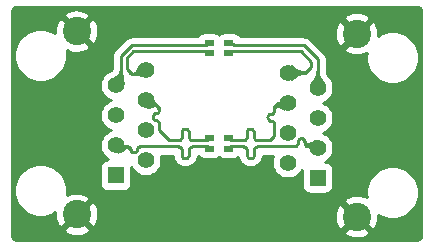
<source format=gtl>
G04 #@! TF.GenerationSoftware,KiCad,Pcbnew,(5.1.2)-1*
G04 #@! TF.CreationDate,2024-05-04T01:05:48+09:00*
G04 #@! TF.ProjectId,lf,6c662e6b-6963-4616-945f-706362585858,v1.1*
G04 #@! TF.SameCoordinates,Original*
G04 #@! TF.FileFunction,Copper,L1,Top*
G04 #@! TF.FilePolarity,Positive*
%FSLAX46Y46*%
G04 Gerber Fmt 4.6, Leading zero omitted, Abs format (unit mm)*
G04 Created by KiCad (PCBNEW (5.1.2)-1) date 2024-05-04 01:05:48*
%MOMM*%
%LPD*%
G04 APERTURE LIST*
%ADD10C,0.100000*%
%ADD11C,0.510000*%
%ADD12C,2.400000*%
%ADD13C,1.408000*%
%ADD14R,1.408000X1.408000*%
%ADD15C,0.800000*%
%ADD16C,0.260000*%
%ADD17C,0.254000*%
%ADD18C,0.025400*%
G04 APERTURE END LIST*
D10*
G36*
X147391999Y-83280123D02*
G01*
X147394475Y-83280490D01*
X147396902Y-83281098D01*
X147399258Y-83281941D01*
X147401521Y-83283011D01*
X147403667Y-83284298D01*
X147405677Y-83285788D01*
X147407531Y-83287469D01*
X147409212Y-83289323D01*
X147410702Y-83291333D01*
X147411989Y-83293479D01*
X147413059Y-83295742D01*
X147413902Y-83298098D01*
X147414510Y-83300525D01*
X147414877Y-83303001D01*
X147415000Y-83305500D01*
X147415000Y-83764500D01*
X147414877Y-83766999D01*
X147414510Y-83769475D01*
X147413902Y-83771902D01*
X147413059Y-83774258D01*
X147411989Y-83776521D01*
X147410702Y-83778667D01*
X147409212Y-83780677D01*
X147407531Y-83782531D01*
X147405677Y-83784212D01*
X147403667Y-83785702D01*
X147401521Y-83786989D01*
X147399258Y-83788059D01*
X147396902Y-83788902D01*
X147394475Y-83789510D01*
X147391999Y-83789877D01*
X147389500Y-83790000D01*
X146680500Y-83790000D01*
X146678001Y-83789877D01*
X146675525Y-83789510D01*
X146673098Y-83788902D01*
X146670742Y-83788059D01*
X146668479Y-83786989D01*
X146666333Y-83785702D01*
X146664323Y-83784212D01*
X146662469Y-83782531D01*
X146660788Y-83780677D01*
X146659298Y-83778667D01*
X146658011Y-83776521D01*
X146656941Y-83774258D01*
X146656098Y-83771902D01*
X146655490Y-83769475D01*
X146655123Y-83766999D01*
X146655000Y-83764500D01*
X146655000Y-83305500D01*
X146655123Y-83303001D01*
X146655490Y-83300525D01*
X146656098Y-83298098D01*
X146656941Y-83295742D01*
X146658011Y-83293479D01*
X146659298Y-83291333D01*
X146660788Y-83289323D01*
X146662469Y-83287469D01*
X146664323Y-83285788D01*
X146666333Y-83284298D01*
X146668479Y-83283011D01*
X146670742Y-83281941D01*
X146673098Y-83281098D01*
X146675525Y-83280490D01*
X146678001Y-83280123D01*
X146680500Y-83280000D01*
X147389500Y-83280000D01*
X147391999Y-83280123D01*
X147391999Y-83280123D01*
G37*
D11*
X147035000Y-83535000D03*
D10*
G36*
X145721999Y-83280123D02*
G01*
X145724475Y-83280490D01*
X145726902Y-83281098D01*
X145729258Y-83281941D01*
X145731521Y-83283011D01*
X145733667Y-83284298D01*
X145735677Y-83285788D01*
X145737531Y-83287469D01*
X145739212Y-83289323D01*
X145740702Y-83291333D01*
X145741989Y-83293479D01*
X145743059Y-83295742D01*
X145743902Y-83298098D01*
X145744510Y-83300525D01*
X145744877Y-83303001D01*
X145745000Y-83305500D01*
X145745000Y-83764500D01*
X145744877Y-83766999D01*
X145744510Y-83769475D01*
X145743902Y-83771902D01*
X145743059Y-83774258D01*
X145741989Y-83776521D01*
X145740702Y-83778667D01*
X145739212Y-83780677D01*
X145737531Y-83782531D01*
X145735677Y-83784212D01*
X145733667Y-83785702D01*
X145731521Y-83786989D01*
X145729258Y-83788059D01*
X145726902Y-83788902D01*
X145724475Y-83789510D01*
X145721999Y-83789877D01*
X145719500Y-83790000D01*
X145010500Y-83790000D01*
X145008001Y-83789877D01*
X145005525Y-83789510D01*
X145003098Y-83788902D01*
X145000742Y-83788059D01*
X144998479Y-83786989D01*
X144996333Y-83785702D01*
X144994323Y-83784212D01*
X144992469Y-83782531D01*
X144990788Y-83780677D01*
X144989298Y-83778667D01*
X144988011Y-83776521D01*
X144986941Y-83774258D01*
X144986098Y-83771902D01*
X144985490Y-83769475D01*
X144985123Y-83766999D01*
X144985000Y-83764500D01*
X144985000Y-83305500D01*
X144985123Y-83303001D01*
X144985490Y-83300525D01*
X144986098Y-83298098D01*
X144986941Y-83295742D01*
X144988011Y-83293479D01*
X144989298Y-83291333D01*
X144990788Y-83289323D01*
X144992469Y-83287469D01*
X144994323Y-83285788D01*
X144996333Y-83284298D01*
X144998479Y-83283011D01*
X145000742Y-83281941D01*
X145003098Y-83281098D01*
X145005525Y-83280490D01*
X145008001Y-83280123D01*
X145010500Y-83280000D01*
X145719500Y-83280000D01*
X145721999Y-83280123D01*
X145721999Y-83280123D01*
G37*
D11*
X145365000Y-83535000D03*
D10*
G36*
X145721999Y-82410123D02*
G01*
X145724475Y-82410490D01*
X145726902Y-82411098D01*
X145729258Y-82411941D01*
X145731521Y-82413011D01*
X145733667Y-82414298D01*
X145735677Y-82415788D01*
X145737531Y-82417469D01*
X145739212Y-82419323D01*
X145740702Y-82421333D01*
X145741989Y-82423479D01*
X145743059Y-82425742D01*
X145743902Y-82428098D01*
X145744510Y-82430525D01*
X145744877Y-82433001D01*
X145745000Y-82435500D01*
X145745000Y-82894500D01*
X145744877Y-82896999D01*
X145744510Y-82899475D01*
X145743902Y-82901902D01*
X145743059Y-82904258D01*
X145741989Y-82906521D01*
X145740702Y-82908667D01*
X145739212Y-82910677D01*
X145737531Y-82912531D01*
X145735677Y-82914212D01*
X145733667Y-82915702D01*
X145731521Y-82916989D01*
X145729258Y-82918059D01*
X145726902Y-82918902D01*
X145724475Y-82919510D01*
X145721999Y-82919877D01*
X145719500Y-82920000D01*
X145010500Y-82920000D01*
X145008001Y-82919877D01*
X145005525Y-82919510D01*
X145003098Y-82918902D01*
X145000742Y-82918059D01*
X144998479Y-82916989D01*
X144996333Y-82915702D01*
X144994323Y-82914212D01*
X144992469Y-82912531D01*
X144990788Y-82910677D01*
X144989298Y-82908667D01*
X144988011Y-82906521D01*
X144986941Y-82904258D01*
X144986098Y-82901902D01*
X144985490Y-82899475D01*
X144985123Y-82896999D01*
X144985000Y-82894500D01*
X144985000Y-82435500D01*
X144985123Y-82433001D01*
X144985490Y-82430525D01*
X144986098Y-82428098D01*
X144986941Y-82425742D01*
X144988011Y-82423479D01*
X144989298Y-82421333D01*
X144990788Y-82419323D01*
X144992469Y-82417469D01*
X144994323Y-82415788D01*
X144996333Y-82414298D01*
X144998479Y-82413011D01*
X145000742Y-82411941D01*
X145003098Y-82411098D01*
X145005525Y-82410490D01*
X145008001Y-82410123D01*
X145010500Y-82410000D01*
X145719500Y-82410000D01*
X145721999Y-82410123D01*
X145721999Y-82410123D01*
G37*
D11*
X145365000Y-82665000D03*
D10*
G36*
X147391999Y-82410123D02*
G01*
X147394475Y-82410490D01*
X147396902Y-82411098D01*
X147399258Y-82411941D01*
X147401521Y-82413011D01*
X147403667Y-82414298D01*
X147405677Y-82415788D01*
X147407531Y-82417469D01*
X147409212Y-82419323D01*
X147410702Y-82421333D01*
X147411989Y-82423479D01*
X147413059Y-82425742D01*
X147413902Y-82428098D01*
X147414510Y-82430525D01*
X147414877Y-82433001D01*
X147415000Y-82435500D01*
X147415000Y-82894500D01*
X147414877Y-82896999D01*
X147414510Y-82899475D01*
X147413902Y-82901902D01*
X147413059Y-82904258D01*
X147411989Y-82906521D01*
X147410702Y-82908667D01*
X147409212Y-82910677D01*
X147407531Y-82912531D01*
X147405677Y-82914212D01*
X147403667Y-82915702D01*
X147401521Y-82916989D01*
X147399258Y-82918059D01*
X147396902Y-82918902D01*
X147394475Y-82919510D01*
X147391999Y-82919877D01*
X147389500Y-82920000D01*
X146680500Y-82920000D01*
X146678001Y-82919877D01*
X146675525Y-82919510D01*
X146673098Y-82918902D01*
X146670742Y-82918059D01*
X146668479Y-82916989D01*
X146666333Y-82915702D01*
X146664323Y-82914212D01*
X146662469Y-82912531D01*
X146660788Y-82910677D01*
X146659298Y-82908667D01*
X146658011Y-82906521D01*
X146656941Y-82904258D01*
X146656098Y-82901902D01*
X146655490Y-82899475D01*
X146655123Y-82896999D01*
X146655000Y-82894500D01*
X146655000Y-82435500D01*
X146655123Y-82433001D01*
X146655490Y-82430525D01*
X146656098Y-82428098D01*
X146656941Y-82425742D01*
X146658011Y-82423479D01*
X146659298Y-82421333D01*
X146660788Y-82419323D01*
X146662469Y-82417469D01*
X146664323Y-82415788D01*
X146666333Y-82414298D01*
X146668479Y-82413011D01*
X146670742Y-82411941D01*
X146673098Y-82411098D01*
X146675525Y-82410490D01*
X146678001Y-82410123D01*
X146680500Y-82410000D01*
X147389500Y-82410000D01*
X147391999Y-82410123D01*
X147391999Y-82410123D01*
G37*
D11*
X147035000Y-82665000D03*
D10*
G36*
X147391999Y-91380123D02*
G01*
X147394475Y-91380490D01*
X147396902Y-91381098D01*
X147399258Y-91381941D01*
X147401521Y-91383011D01*
X147403667Y-91384298D01*
X147405677Y-91385788D01*
X147407531Y-91387469D01*
X147409212Y-91389323D01*
X147410702Y-91391333D01*
X147411989Y-91393479D01*
X147413059Y-91395742D01*
X147413902Y-91398098D01*
X147414510Y-91400525D01*
X147414877Y-91403001D01*
X147415000Y-91405500D01*
X147415000Y-91864500D01*
X147414877Y-91866999D01*
X147414510Y-91869475D01*
X147413902Y-91871902D01*
X147413059Y-91874258D01*
X147411989Y-91876521D01*
X147410702Y-91878667D01*
X147409212Y-91880677D01*
X147407531Y-91882531D01*
X147405677Y-91884212D01*
X147403667Y-91885702D01*
X147401521Y-91886989D01*
X147399258Y-91888059D01*
X147396902Y-91888902D01*
X147394475Y-91889510D01*
X147391999Y-91889877D01*
X147389500Y-91890000D01*
X146680500Y-91890000D01*
X146678001Y-91889877D01*
X146675525Y-91889510D01*
X146673098Y-91888902D01*
X146670742Y-91888059D01*
X146668479Y-91886989D01*
X146666333Y-91885702D01*
X146664323Y-91884212D01*
X146662469Y-91882531D01*
X146660788Y-91880677D01*
X146659298Y-91878667D01*
X146658011Y-91876521D01*
X146656941Y-91874258D01*
X146656098Y-91871902D01*
X146655490Y-91869475D01*
X146655123Y-91866999D01*
X146655000Y-91864500D01*
X146655000Y-91405500D01*
X146655123Y-91403001D01*
X146655490Y-91400525D01*
X146656098Y-91398098D01*
X146656941Y-91395742D01*
X146658011Y-91393479D01*
X146659298Y-91391333D01*
X146660788Y-91389323D01*
X146662469Y-91387469D01*
X146664323Y-91385788D01*
X146666333Y-91384298D01*
X146668479Y-91383011D01*
X146670742Y-91381941D01*
X146673098Y-91381098D01*
X146675525Y-91380490D01*
X146678001Y-91380123D01*
X146680500Y-91380000D01*
X147389500Y-91380000D01*
X147391999Y-91380123D01*
X147391999Y-91380123D01*
G37*
D11*
X147035000Y-91635000D03*
D10*
G36*
X145721999Y-91380123D02*
G01*
X145724475Y-91380490D01*
X145726902Y-91381098D01*
X145729258Y-91381941D01*
X145731521Y-91383011D01*
X145733667Y-91384298D01*
X145735677Y-91385788D01*
X145737531Y-91387469D01*
X145739212Y-91389323D01*
X145740702Y-91391333D01*
X145741989Y-91393479D01*
X145743059Y-91395742D01*
X145743902Y-91398098D01*
X145744510Y-91400525D01*
X145744877Y-91403001D01*
X145745000Y-91405500D01*
X145745000Y-91864500D01*
X145744877Y-91866999D01*
X145744510Y-91869475D01*
X145743902Y-91871902D01*
X145743059Y-91874258D01*
X145741989Y-91876521D01*
X145740702Y-91878667D01*
X145739212Y-91880677D01*
X145737531Y-91882531D01*
X145735677Y-91884212D01*
X145733667Y-91885702D01*
X145731521Y-91886989D01*
X145729258Y-91888059D01*
X145726902Y-91888902D01*
X145724475Y-91889510D01*
X145721999Y-91889877D01*
X145719500Y-91890000D01*
X145010500Y-91890000D01*
X145008001Y-91889877D01*
X145005525Y-91889510D01*
X145003098Y-91888902D01*
X145000742Y-91888059D01*
X144998479Y-91886989D01*
X144996333Y-91885702D01*
X144994323Y-91884212D01*
X144992469Y-91882531D01*
X144990788Y-91880677D01*
X144989298Y-91878667D01*
X144988011Y-91876521D01*
X144986941Y-91874258D01*
X144986098Y-91871902D01*
X144985490Y-91869475D01*
X144985123Y-91866999D01*
X144985000Y-91864500D01*
X144985000Y-91405500D01*
X144985123Y-91403001D01*
X144985490Y-91400525D01*
X144986098Y-91398098D01*
X144986941Y-91395742D01*
X144988011Y-91393479D01*
X144989298Y-91391333D01*
X144990788Y-91389323D01*
X144992469Y-91387469D01*
X144994323Y-91385788D01*
X144996333Y-91384298D01*
X144998479Y-91383011D01*
X145000742Y-91381941D01*
X145003098Y-91381098D01*
X145005525Y-91380490D01*
X145008001Y-91380123D01*
X145010500Y-91380000D01*
X145719500Y-91380000D01*
X145721999Y-91380123D01*
X145721999Y-91380123D01*
G37*
D11*
X145365000Y-91635000D03*
D10*
G36*
X145721999Y-90510123D02*
G01*
X145724475Y-90510490D01*
X145726902Y-90511098D01*
X145729258Y-90511941D01*
X145731521Y-90513011D01*
X145733667Y-90514298D01*
X145735677Y-90515788D01*
X145737531Y-90517469D01*
X145739212Y-90519323D01*
X145740702Y-90521333D01*
X145741989Y-90523479D01*
X145743059Y-90525742D01*
X145743902Y-90528098D01*
X145744510Y-90530525D01*
X145744877Y-90533001D01*
X145745000Y-90535500D01*
X145745000Y-90994500D01*
X145744877Y-90996999D01*
X145744510Y-90999475D01*
X145743902Y-91001902D01*
X145743059Y-91004258D01*
X145741989Y-91006521D01*
X145740702Y-91008667D01*
X145739212Y-91010677D01*
X145737531Y-91012531D01*
X145735677Y-91014212D01*
X145733667Y-91015702D01*
X145731521Y-91016989D01*
X145729258Y-91018059D01*
X145726902Y-91018902D01*
X145724475Y-91019510D01*
X145721999Y-91019877D01*
X145719500Y-91020000D01*
X145010500Y-91020000D01*
X145008001Y-91019877D01*
X145005525Y-91019510D01*
X145003098Y-91018902D01*
X145000742Y-91018059D01*
X144998479Y-91016989D01*
X144996333Y-91015702D01*
X144994323Y-91014212D01*
X144992469Y-91012531D01*
X144990788Y-91010677D01*
X144989298Y-91008667D01*
X144988011Y-91006521D01*
X144986941Y-91004258D01*
X144986098Y-91001902D01*
X144985490Y-90999475D01*
X144985123Y-90996999D01*
X144985000Y-90994500D01*
X144985000Y-90535500D01*
X144985123Y-90533001D01*
X144985490Y-90530525D01*
X144986098Y-90528098D01*
X144986941Y-90525742D01*
X144988011Y-90523479D01*
X144989298Y-90521333D01*
X144990788Y-90519323D01*
X144992469Y-90517469D01*
X144994323Y-90515788D01*
X144996333Y-90514298D01*
X144998479Y-90513011D01*
X145000742Y-90511941D01*
X145003098Y-90511098D01*
X145005525Y-90510490D01*
X145008001Y-90510123D01*
X145010500Y-90510000D01*
X145719500Y-90510000D01*
X145721999Y-90510123D01*
X145721999Y-90510123D01*
G37*
D11*
X145365000Y-90765000D03*
D10*
G36*
X147391999Y-90510123D02*
G01*
X147394475Y-90510490D01*
X147396902Y-90511098D01*
X147399258Y-90511941D01*
X147401521Y-90513011D01*
X147403667Y-90514298D01*
X147405677Y-90515788D01*
X147407531Y-90517469D01*
X147409212Y-90519323D01*
X147410702Y-90521333D01*
X147411989Y-90523479D01*
X147413059Y-90525742D01*
X147413902Y-90528098D01*
X147414510Y-90530525D01*
X147414877Y-90533001D01*
X147415000Y-90535500D01*
X147415000Y-90994500D01*
X147414877Y-90996999D01*
X147414510Y-90999475D01*
X147413902Y-91001902D01*
X147413059Y-91004258D01*
X147411989Y-91006521D01*
X147410702Y-91008667D01*
X147409212Y-91010677D01*
X147407531Y-91012531D01*
X147405677Y-91014212D01*
X147403667Y-91015702D01*
X147401521Y-91016989D01*
X147399258Y-91018059D01*
X147396902Y-91018902D01*
X147394475Y-91019510D01*
X147391999Y-91019877D01*
X147389500Y-91020000D01*
X146680500Y-91020000D01*
X146678001Y-91019877D01*
X146675525Y-91019510D01*
X146673098Y-91018902D01*
X146670742Y-91018059D01*
X146668479Y-91016989D01*
X146666333Y-91015702D01*
X146664323Y-91014212D01*
X146662469Y-91012531D01*
X146660788Y-91010677D01*
X146659298Y-91008667D01*
X146658011Y-91006521D01*
X146656941Y-91004258D01*
X146656098Y-91001902D01*
X146655490Y-90999475D01*
X146655123Y-90996999D01*
X146655000Y-90994500D01*
X146655000Y-90535500D01*
X146655123Y-90533001D01*
X146655490Y-90530525D01*
X146656098Y-90528098D01*
X146656941Y-90525742D01*
X146658011Y-90523479D01*
X146659298Y-90521333D01*
X146660788Y-90519323D01*
X146662469Y-90517469D01*
X146664323Y-90515788D01*
X146666333Y-90514298D01*
X146668479Y-90513011D01*
X146670742Y-90511941D01*
X146673098Y-90511098D01*
X146675525Y-90510490D01*
X146678001Y-90510123D01*
X146680500Y-90510000D01*
X147389500Y-90510000D01*
X147391999Y-90510123D01*
X147391999Y-90510123D01*
G37*
D11*
X147035000Y-90765000D03*
D12*
X157850000Y-81900000D03*
X157850000Y-97400000D03*
D13*
X152010000Y-92825000D03*
X152010000Y-85205000D03*
X152010000Y-87745000D03*
X152010000Y-90285000D03*
X154550000Y-86475000D03*
X154550000Y-89015000D03*
X154550000Y-91555000D03*
D14*
X154550000Y-94095000D03*
D12*
X134150000Y-81700000D03*
X134150000Y-97200000D03*
D13*
X139990000Y-92625000D03*
X139990000Y-85005000D03*
X139990000Y-87545000D03*
X139990000Y-90085000D03*
X137450000Y-86275000D03*
X137450000Y-88815000D03*
X137450000Y-91355000D03*
D14*
X137450000Y-93895000D03*
D15*
X134210000Y-87110000D03*
X134210000Y-91500000D03*
X146060000Y-98090000D03*
X140460000Y-97980000D03*
X151350000Y-98020000D03*
X158340000Y-87350000D03*
X158350000Y-91560000D03*
X146230000Y-81110000D03*
X140800000Y-81090000D03*
X151140000Y-81200000D03*
D16*
X147215000Y-91455000D02*
X147035000Y-91635000D01*
X148385165Y-91484709D02*
X148321756Y-91462521D01*
X148442046Y-91520450D02*
X148385165Y-91484709D01*
X148489549Y-91567953D02*
X148442046Y-91520450D01*
X148525290Y-91624834D02*
X148489549Y-91567953D01*
X148547478Y-91688243D02*
X148525290Y-91624834D01*
X148555000Y-91755000D02*
X148547478Y-91688243D01*
X148555000Y-92155000D02*
X148555000Y-91755000D01*
X148562521Y-92221756D02*
X148555000Y-92155000D01*
X148584709Y-92285165D02*
X148562521Y-92221756D01*
X148620450Y-92342046D02*
X148584709Y-92285165D01*
X148667953Y-92389549D02*
X148620450Y-92342046D01*
X148724834Y-92425290D02*
X148667953Y-92389549D01*
X148788243Y-92447478D02*
X148724834Y-92425290D01*
X148855000Y-92455000D02*
X148788243Y-92447478D01*
X148921756Y-92447478D02*
X148855000Y-92455000D01*
X148985165Y-92425290D02*
X148921756Y-92447478D01*
X149042046Y-92389549D02*
X148985165Y-92425290D01*
X149089549Y-92342046D02*
X149042046Y-92389549D01*
X149125290Y-92285165D02*
X149089549Y-92342046D01*
X149147478Y-92221756D02*
X149125290Y-92285165D01*
X149155000Y-92155000D02*
X149147478Y-92221756D01*
X149155000Y-91755000D02*
X149155000Y-92155000D01*
X149162521Y-91688243D02*
X149155000Y-91755000D01*
X149184709Y-91624834D02*
X149162521Y-91688243D01*
X149220450Y-91567953D02*
X149184709Y-91624834D01*
X149267953Y-91520450D02*
X149220450Y-91567953D01*
X153285165Y-90781182D02*
X153221756Y-90758994D01*
X153342046Y-90816923D02*
X153285165Y-90781182D01*
X153389549Y-90864426D02*
X153342046Y-90816923D01*
X152555000Y-91455000D02*
X149455000Y-91455000D01*
X153425290Y-90921307D02*
X153389549Y-90864426D01*
X153462521Y-91221756D02*
X153455000Y-91155000D01*
X153447478Y-90984716D02*
X153425290Y-90921307D01*
X148255000Y-91455000D02*
X147215000Y-91455000D01*
X153455000Y-91155000D02*
X153455000Y-91051473D01*
X152789549Y-91342046D02*
X152742046Y-91389549D01*
X148321756Y-91462521D02*
X148255000Y-91455000D01*
X153484709Y-91285165D02*
X153462521Y-91221756D01*
X152967953Y-90816923D02*
X152920450Y-90864426D01*
X153520450Y-91342046D02*
X153484709Y-91285165D01*
X154550000Y-91555000D02*
X154450000Y-91455000D01*
X153755000Y-91455000D02*
X153688243Y-91447478D01*
X154450000Y-91455000D02*
X153755000Y-91455000D01*
X153688243Y-91447478D02*
X153624834Y-91425290D01*
X153155000Y-90751473D02*
X153088243Y-90758994D01*
X153624834Y-91425290D02*
X153567953Y-91389549D01*
X153455000Y-91051473D02*
X153447478Y-90984716D01*
X153567953Y-91389549D02*
X153520450Y-91342046D01*
X153221756Y-90758994D02*
X153155000Y-90751473D01*
X153088243Y-90758994D02*
X153024834Y-90781182D01*
X153024834Y-90781182D02*
X152967953Y-90816923D01*
X152742046Y-91389549D02*
X152685165Y-91425290D01*
X152920450Y-90864426D02*
X152884709Y-90921307D01*
X152884709Y-90921307D02*
X152862521Y-90984716D01*
X152862521Y-90984716D02*
X152855000Y-91051473D01*
X152855000Y-91051473D02*
X152855000Y-91155000D01*
X149455000Y-91455000D02*
X149388243Y-91462521D01*
X152855000Y-91155000D02*
X152847478Y-91221756D01*
X152847478Y-91221756D02*
X152825290Y-91285165D01*
X149324834Y-91484709D02*
X149267953Y-91520450D01*
X152825290Y-91285165D02*
X152789549Y-91342046D01*
X152685165Y-91425290D02*
X152621756Y-91447478D01*
X152621756Y-91447478D02*
X152555000Y-91455000D01*
X149388243Y-91462521D02*
X149324834Y-91484709D01*
X143814834Y-91484710D02*
X143878243Y-91462522D01*
X143757953Y-91520451D02*
X143814834Y-91484710D01*
X143710450Y-91567954D02*
X143757953Y-91520451D01*
X145185000Y-91455000D02*
X145365000Y-91635000D01*
X143674709Y-91624835D02*
X143710450Y-91567954D01*
X143652521Y-91688244D02*
X143674709Y-91624835D01*
X143645000Y-91755000D02*
X143652521Y-91688244D01*
X143645000Y-92155000D02*
X143645000Y-91755000D01*
X143637478Y-92221757D02*
X143645000Y-92155000D01*
X143615290Y-92285166D02*
X143637478Y-92221757D01*
X143878243Y-91462522D02*
X143945000Y-91455000D01*
X143579549Y-92342047D02*
X143615290Y-92285166D01*
X143532046Y-92389550D02*
X143579549Y-92342047D01*
X143475165Y-92425291D02*
X143532046Y-92389550D01*
X143411756Y-92447479D02*
X143475165Y-92425291D01*
X143345000Y-92455000D02*
X143411756Y-92447479D01*
X143278243Y-92447479D02*
X143345000Y-92455000D01*
X143214834Y-92425291D02*
X143278243Y-92447479D01*
X143157953Y-92389550D02*
X143214834Y-92425291D01*
X143110450Y-92342047D02*
X143157953Y-92389550D01*
X143074709Y-92285166D02*
X143110450Y-92342047D01*
X143052521Y-92221757D02*
X143074709Y-92285166D01*
X143045000Y-92155000D02*
X143052521Y-92221757D01*
X143045000Y-91755000D02*
X143045000Y-92155000D01*
X143037478Y-91688244D02*
X143045000Y-91755000D01*
X138854065Y-91909505D02*
X138905276Y-91915276D01*
X138624929Y-91541649D02*
X138652347Y-91585284D01*
X138905276Y-91915276D02*
X139045000Y-91915276D01*
X138805422Y-91892485D02*
X138854065Y-91909505D01*
X138697928Y-91784991D02*
X138725346Y-91828626D01*
X138725346Y-91828626D02*
X138761787Y-91865067D01*
X138680908Y-91736348D02*
X138697928Y-91784991D01*
X138669367Y-91633927D02*
X138680908Y-91736348D01*
X137550000Y-91455000D02*
X138445000Y-91455000D01*
X137450000Y-91355000D02*
X137550000Y-91455000D01*
X138652347Y-91585284D02*
X138669367Y-91633927D01*
X139096210Y-91909505D02*
X139144853Y-91892485D01*
X138445000Y-91455000D02*
X138496210Y-91460770D01*
X138496210Y-91460770D02*
X138544853Y-91477790D01*
X142979549Y-91567954D02*
X143015290Y-91624835D01*
X138761787Y-91865067D02*
X138805422Y-91892485D01*
X138544853Y-91477790D02*
X138588488Y-91505208D01*
X138588488Y-91505208D02*
X138624929Y-91541649D01*
X142932046Y-91520451D02*
X142979549Y-91567954D01*
X139045000Y-91915276D02*
X139096210Y-91909505D01*
X142875165Y-91484710D02*
X142932046Y-91520451D01*
X139144853Y-91892485D02*
X139188488Y-91865067D01*
X139269367Y-91736348D02*
X139280908Y-91633927D01*
X143945000Y-91455000D02*
X145185000Y-91455000D01*
X139188488Y-91865067D02*
X139224929Y-91828626D01*
X139224929Y-91828626D02*
X139252347Y-91784991D01*
X139252347Y-91784991D02*
X139269367Y-91736348D01*
X139280908Y-91633927D02*
X139297928Y-91585284D01*
X139297928Y-91585284D02*
X139325346Y-91541649D01*
X139325346Y-91541649D02*
X139361787Y-91505208D01*
X139361787Y-91505208D02*
X139405422Y-91477790D01*
X139405422Y-91477790D02*
X139454065Y-91460770D01*
X139454065Y-91460770D02*
X139505276Y-91455000D01*
X139505276Y-91455000D02*
X142745000Y-91455000D01*
X142745000Y-91455000D02*
X142811756Y-91462522D01*
X142811756Y-91462522D02*
X142875165Y-91484710D01*
X143015290Y-91624835D02*
X143037478Y-91688244D01*
X145185000Y-90945000D02*
X145365000Y-90765000D01*
X143945000Y-90945000D02*
X145185000Y-90945000D01*
X143878243Y-90937478D02*
X143945000Y-90945000D01*
X143814834Y-90915290D02*
X143878243Y-90937478D01*
X143757953Y-90879549D02*
X143814834Y-90915290D01*
X143710450Y-90832046D02*
X143757953Y-90879549D01*
X143652521Y-90711756D02*
X143674709Y-90775165D01*
X143637478Y-90178243D02*
X143645000Y-90245000D01*
X143615290Y-90114834D02*
X143637478Y-90178243D01*
X143579549Y-90057953D02*
X143615290Y-90114834D01*
X143475165Y-89974709D02*
X143532046Y-90010450D01*
X143411756Y-89952521D02*
X143475165Y-89974709D01*
X143345000Y-89945000D02*
X143411756Y-89952521D01*
X143278243Y-89952521D02*
X143345000Y-89945000D01*
X143214834Y-89974709D02*
X143278243Y-89952521D01*
X143157953Y-90010450D02*
X143214834Y-89974709D01*
X143052521Y-90178243D02*
X143074709Y-90114834D01*
X143045000Y-90645000D02*
X143045000Y-90245000D01*
X143015290Y-90775165D02*
X143037478Y-90711756D01*
X142932046Y-90879549D02*
X142979549Y-90832046D01*
X140630955Y-88822149D02*
X140625001Y-88874998D01*
X140676815Y-88726919D02*
X140648520Y-88771951D01*
X143645000Y-90245000D02*
X143645000Y-90645000D01*
X140714421Y-88689313D02*
X140676815Y-88726919D01*
X140809651Y-88643453D02*
X140759453Y-88661018D01*
X139990000Y-87545000D02*
X140445000Y-87545000D01*
X140915349Y-88631544D02*
X140809651Y-88643453D01*
X141100000Y-88400000D02*
X141094045Y-88452848D01*
X143532046Y-90010450D02*
X143579549Y-90057953D01*
X140965547Y-88613979D02*
X140915349Y-88631544D01*
X143037478Y-90711756D02*
X143045000Y-90645000D01*
X141010579Y-88585684D02*
X140965547Y-88613979D01*
X141048185Y-88548078D02*
X141010579Y-88585684D01*
X140445000Y-87545000D02*
X141100000Y-88200000D01*
X143645000Y-90645000D02*
X143652521Y-90711756D01*
X141100000Y-88200000D02*
X141100000Y-88400000D01*
X141094045Y-88452848D02*
X141076480Y-88503046D01*
X140648520Y-88771951D02*
X140630955Y-88822149D01*
X141076480Y-88503046D02*
X141048185Y-88548078D01*
X141010579Y-89289313D02*
X141048185Y-89326919D01*
X140759453Y-88661018D02*
X140714421Y-88689313D01*
X142875165Y-90915290D02*
X142932046Y-90879549D01*
X143674709Y-90775165D02*
X143710450Y-90832046D01*
X140625001Y-88874998D02*
X140625001Y-89000000D01*
X141076480Y-89371951D02*
X141094045Y-89422149D01*
X140625001Y-89000000D02*
X140630955Y-89052848D01*
X140630955Y-89052848D02*
X140648520Y-89103046D01*
X140648520Y-89103046D02*
X140676815Y-89148078D01*
X140676815Y-89148078D02*
X140714421Y-89185684D01*
X140714421Y-89185684D02*
X140759453Y-89213979D01*
X140759453Y-89213979D02*
X140809651Y-89231544D01*
X140809651Y-89231544D02*
X140915349Y-89243453D01*
X143045000Y-90245000D02*
X143052521Y-90178243D01*
X140915349Y-89243453D02*
X140965547Y-89261018D01*
X142979549Y-90832046D02*
X143015290Y-90775165D01*
X141100000Y-90100000D02*
X141945000Y-90945000D01*
X140965547Y-89261018D02*
X141010579Y-89289313D01*
X141048185Y-89326919D02*
X141076480Y-89371951D01*
X141094045Y-89422149D02*
X141100000Y-89474998D01*
X141100000Y-89474998D02*
X141100000Y-90100000D01*
X143074709Y-90114834D02*
X143110450Y-90057953D01*
X141945000Y-90945000D02*
X142745000Y-90945000D01*
X143110450Y-90057953D02*
X143157953Y-90010450D01*
X142811756Y-90937478D02*
X142875165Y-90915290D01*
X142745000Y-90945000D02*
X142811756Y-90937478D01*
X147215000Y-90945000D02*
X147035000Y-90765000D01*
X148245000Y-90945000D02*
X147215000Y-90945000D01*
X148432046Y-90879550D02*
X148375165Y-90915291D01*
X148479549Y-90832047D02*
X148432046Y-90879550D01*
X148515290Y-90775166D02*
X148479549Y-90832047D01*
X148537478Y-90711757D02*
X148515290Y-90775166D01*
X148545000Y-90645000D02*
X148537478Y-90711757D01*
X148545000Y-90245000D02*
X148545000Y-90645000D01*
X148552521Y-90178244D02*
X148545000Y-90245000D01*
X148574709Y-90114835D02*
X148552521Y-90178244D01*
X148375165Y-90915291D02*
X148311756Y-90937479D01*
X148610450Y-90057954D02*
X148574709Y-90114835D01*
X148657953Y-90010451D02*
X148610450Y-90057954D01*
X148714834Y-89974710D02*
X148657953Y-90010451D01*
X148778243Y-89952522D02*
X148714834Y-89974710D01*
X148845000Y-89945000D02*
X148778243Y-89952522D01*
X148911756Y-89952522D02*
X148845000Y-89945000D01*
X148975165Y-89974710D02*
X148911756Y-89952522D01*
X149032046Y-90010451D02*
X148975165Y-89974710D01*
X149079549Y-90057954D02*
X149032046Y-90010451D01*
X149115290Y-90114835D02*
X149079549Y-90057954D01*
X149137478Y-90178244D02*
X149115290Y-90114835D01*
X149145000Y-90245000D02*
X149137478Y-90178244D01*
X149145000Y-90645000D02*
X149145000Y-90245000D01*
X149152521Y-90711757D02*
X149145000Y-90645000D01*
X149174709Y-90775166D02*
X149152521Y-90711757D01*
X149210450Y-90832047D02*
X149174709Y-90775166D01*
X149257953Y-90879550D02*
X149210450Y-90832047D01*
X150371326Y-88788413D02*
X150335977Y-88844669D01*
X150900000Y-88060000D02*
X150900000Y-88380000D01*
X148311756Y-90937479D02*
X148245000Y-90945000D01*
X150537274Y-88684140D02*
X150474562Y-88706084D01*
X150335977Y-88844669D02*
X150314033Y-88907381D01*
X150314033Y-88907381D02*
X150306595Y-88973404D01*
X150732032Y-88647319D02*
X150669320Y-88669263D01*
X150788288Y-88611970D02*
X150732032Y-88647319D01*
X150835268Y-88564990D02*
X150788288Y-88611970D01*
X150788288Y-89341433D02*
X150835268Y-89388413D01*
X151215000Y-87745000D02*
X150900000Y-88060000D01*
X150418306Y-88741433D02*
X150371326Y-88788413D01*
X152010000Y-87745000D02*
X151215000Y-87745000D01*
X150474562Y-88706084D02*
X150418306Y-88741433D01*
X150900000Y-88380000D02*
X150892561Y-88446022D01*
X150870617Y-89444669D02*
X150892561Y-89507381D01*
X150669320Y-88669263D02*
X150537274Y-88684140D01*
X150335977Y-89108734D02*
X150371326Y-89164990D01*
X150892561Y-88446022D02*
X150870617Y-88508734D01*
X150870617Y-88508734D02*
X150835268Y-88564990D01*
X150306595Y-88973404D02*
X150306595Y-88980000D01*
X150306595Y-88980000D02*
X150314033Y-89046022D01*
X150900000Y-89573404D02*
X150900000Y-90580000D01*
X150314033Y-89046022D02*
X150335977Y-89108734D01*
X150371326Y-89164990D02*
X150418306Y-89211970D01*
X150418306Y-89211970D02*
X150474562Y-89247319D01*
X150474562Y-89247319D02*
X150537274Y-89269263D01*
X150537274Y-89269263D02*
X150669320Y-89284140D01*
X150900000Y-90580000D02*
X150535000Y-90945000D01*
X150669320Y-89284140D02*
X150732032Y-89306084D01*
X150732032Y-89306084D02*
X150788288Y-89341433D01*
X150892561Y-89507381D02*
X150900000Y-89573404D01*
X150835268Y-89388413D02*
X150870617Y-89444669D01*
X149445000Y-90945000D02*
X149378243Y-90937479D01*
X150535000Y-90945000D02*
X149445000Y-90945000D01*
X149378243Y-90937479D02*
X149314834Y-90915291D01*
X149314834Y-90915291D02*
X149257953Y-90879550D01*
X154550000Y-84089374D02*
X154550000Y-86475000D01*
X153360626Y-82900000D02*
X154550000Y-84089374D01*
X147370000Y-82800000D02*
X147470000Y-82900000D01*
X147470000Y-82900000D02*
X153360626Y-82900000D01*
X145130000Y-82900000D02*
X145365000Y-82665000D01*
X138810074Y-82900000D02*
X145130000Y-82900000D01*
X137900000Y-83810074D02*
X138810074Y-82900000D01*
X137450000Y-85850000D02*
X137900000Y-85400000D01*
X137900000Y-85400000D02*
X137900000Y-83810074D01*
X139695000Y-85300000D02*
X139990000Y-85005000D01*
X145230000Y-83400000D02*
X138960626Y-83400000D01*
X145365000Y-83535000D02*
X145230000Y-83400000D01*
X138960626Y-83400000D02*
X138400000Y-83960626D01*
X138400000Y-83960626D02*
X138400000Y-84900000D01*
X138400000Y-84900000D02*
X138800000Y-85300000D01*
X138800000Y-85300000D02*
X139695000Y-85300000D01*
X153495000Y-85205000D02*
X152010000Y-85205000D01*
X154000000Y-84700000D02*
X153495000Y-85205000D01*
X154000000Y-84260626D02*
X154000000Y-84700000D01*
X153139374Y-83400000D02*
X154000000Y-84260626D01*
X147035000Y-83535000D02*
X147170000Y-83400000D01*
X147170000Y-83400000D02*
X153139374Y-83400000D01*
D17*
G36*
X163065424Y-79669580D02*
G01*
X163128356Y-79688580D01*
X163186405Y-79719445D01*
X163237343Y-79760989D01*
X163279248Y-79811644D01*
X163310515Y-79869471D01*
X163329956Y-79932272D01*
X163340000Y-80027835D01*
X163340001Y-98967711D01*
X163330420Y-99065424D01*
X163311420Y-99128357D01*
X163280554Y-99186406D01*
X163239011Y-99237343D01*
X163188356Y-99279248D01*
X163130529Y-99310515D01*
X163067728Y-99329956D01*
X162972165Y-99340000D01*
X129032279Y-99340000D01*
X128934576Y-99330420D01*
X128871643Y-99311420D01*
X128813594Y-99280554D01*
X128762657Y-99239011D01*
X128720752Y-99188356D01*
X128689485Y-99130529D01*
X128670044Y-99067728D01*
X128660000Y-98972165D01*
X128660000Y-98477980D01*
X133051626Y-98477980D01*
X133171514Y-98762836D01*
X133495210Y-98923699D01*
X133844069Y-99018322D01*
X134204684Y-99043067D01*
X134563198Y-98996985D01*
X134905833Y-98881846D01*
X135128486Y-98762836D01*
X135164199Y-98677980D01*
X156751626Y-98677980D01*
X156871514Y-98962836D01*
X157195210Y-99123699D01*
X157544069Y-99218322D01*
X157904684Y-99243067D01*
X158263198Y-99196985D01*
X158605833Y-99081846D01*
X158828486Y-98962836D01*
X158948374Y-98677980D01*
X157850000Y-97579605D01*
X156751626Y-98677980D01*
X135164199Y-98677980D01*
X135248374Y-98477980D01*
X134150000Y-97379605D01*
X133051626Y-98477980D01*
X128660000Y-98477980D01*
X128660000Y-94944872D01*
X128865000Y-94944872D01*
X128865000Y-95385128D01*
X128950890Y-95816925D01*
X129119369Y-96223669D01*
X129363962Y-96589729D01*
X129675271Y-96901038D01*
X130041331Y-97145631D01*
X130448075Y-97314110D01*
X130879872Y-97400000D01*
X131320128Y-97400000D01*
X131751925Y-97314110D01*
X132158669Y-97145631D01*
X132321900Y-97036564D01*
X132306933Y-97254684D01*
X132353015Y-97613198D01*
X132468154Y-97955833D01*
X132587164Y-98178486D01*
X132872020Y-98298374D01*
X133970395Y-97200000D01*
X134329605Y-97200000D01*
X135427980Y-98298374D01*
X135712836Y-98178486D01*
X135873699Y-97854790D01*
X135968322Y-97505931D01*
X135971838Y-97454684D01*
X156006933Y-97454684D01*
X156053015Y-97813198D01*
X156168154Y-98155833D01*
X156287164Y-98378486D01*
X156572020Y-98498374D01*
X157670395Y-97400000D01*
X156572020Y-96301626D01*
X156287164Y-96421514D01*
X156126301Y-96745210D01*
X156031678Y-97094069D01*
X156006933Y-97454684D01*
X135971838Y-97454684D01*
X135993067Y-97145316D01*
X135946985Y-96786802D01*
X135831846Y-96444167D01*
X135712836Y-96221514D01*
X135476437Y-96122020D01*
X156751626Y-96122020D01*
X157850000Y-97220395D01*
X157864142Y-97206252D01*
X158043748Y-97385858D01*
X158029605Y-97400000D01*
X159127980Y-98498374D01*
X159412836Y-98378486D01*
X159573699Y-98054790D01*
X159668322Y-97705931D01*
X159693067Y-97345316D01*
X159679181Y-97237286D01*
X159841331Y-97345631D01*
X160248075Y-97514110D01*
X160679872Y-97600000D01*
X161120128Y-97600000D01*
X161551925Y-97514110D01*
X161958669Y-97345631D01*
X162324729Y-97101038D01*
X162636038Y-96789729D01*
X162880631Y-96423669D01*
X163049110Y-96016925D01*
X163135000Y-95585128D01*
X163135000Y-95144872D01*
X163049110Y-94713075D01*
X162880631Y-94306331D01*
X162636038Y-93940271D01*
X162324729Y-93628962D01*
X161958669Y-93384369D01*
X161551925Y-93215890D01*
X161120128Y-93130000D01*
X160679872Y-93130000D01*
X160248075Y-93215890D01*
X159841331Y-93384369D01*
X159475271Y-93628962D01*
X159163962Y-93940271D01*
X158919369Y-94306331D01*
X158750890Y-94713075D01*
X158665000Y-95144872D01*
X158665000Y-95585128D01*
X158702699Y-95774653D01*
X158504790Y-95676301D01*
X158155931Y-95581678D01*
X157795316Y-95556933D01*
X157436802Y-95603015D01*
X157094167Y-95718154D01*
X156871514Y-95837164D01*
X156751626Y-96122020D01*
X135476437Y-96122020D01*
X135427980Y-96101626D01*
X134329605Y-97200000D01*
X133970395Y-97200000D01*
X133956252Y-97185858D01*
X134135858Y-97006252D01*
X134150000Y-97020395D01*
X135248374Y-95922020D01*
X135128486Y-95637164D01*
X134804790Y-95476301D01*
X134455931Y-95381678D01*
X134095316Y-95356933D01*
X133736802Y-95403015D01*
X133394167Y-95518154D01*
X133298352Y-95569368D01*
X133335000Y-95385128D01*
X133335000Y-94944872D01*
X133249110Y-94513075D01*
X133080631Y-94106331D01*
X132836038Y-93740271D01*
X132524729Y-93428962D01*
X132168594Y-93191000D01*
X136107928Y-93191000D01*
X136107928Y-94599000D01*
X136120188Y-94723482D01*
X136156498Y-94843180D01*
X136215463Y-94953494D01*
X136294815Y-95050185D01*
X136391506Y-95129537D01*
X136501820Y-95188502D01*
X136621518Y-95224812D01*
X136746000Y-95237072D01*
X138154000Y-95237072D01*
X138278482Y-95224812D01*
X138398180Y-95188502D01*
X138508494Y-95129537D01*
X138605185Y-95050185D01*
X138684537Y-94953494D01*
X138743502Y-94843180D01*
X138779812Y-94723482D01*
X138792072Y-94599000D01*
X138792072Y-93231923D01*
X138803393Y-93259254D01*
X138949931Y-93478563D01*
X139136437Y-93665069D01*
X139355746Y-93811607D01*
X139599428Y-93912543D01*
X139858120Y-93964000D01*
X140121880Y-93964000D01*
X140380572Y-93912543D01*
X140624254Y-93811607D01*
X140843563Y-93665069D01*
X141030069Y-93478563D01*
X141176607Y-93259254D01*
X141277543Y-93015572D01*
X141329000Y-92756880D01*
X141329000Y-92493120D01*
X141277543Y-92234428D01*
X141271567Y-92220000D01*
X142282484Y-92220000D01*
X142284206Y-92235285D01*
X142289808Y-92292165D01*
X142291368Y-92329216D01*
X142306629Y-92392006D01*
X142320119Y-92455185D01*
X142339310Y-92499739D01*
X142343778Y-92512507D01*
X142356552Y-92559304D01*
X142385405Y-92617127D01*
X142412619Y-92675726D01*
X142441241Y-92714889D01*
X142448436Y-92726339D01*
X142471299Y-92769114D01*
X142512295Y-92819068D01*
X142551868Y-92870144D01*
X142588480Y-92901950D01*
X142598052Y-92911522D01*
X142629856Y-92948132D01*
X142680924Y-92987699D01*
X142730885Y-93028701D01*
X142773665Y-93051567D01*
X142785106Y-93058756D01*
X142824274Y-93087382D01*
X142882885Y-93114601D01*
X142940696Y-93143448D01*
X142987493Y-93156222D01*
X143000259Y-93160689D01*
X143044815Y-93179881D01*
X143107994Y-93193371D01*
X143170784Y-93208632D01*
X143219259Y-93210673D01*
X143232686Y-93212185D01*
X143280384Y-93220980D01*
X143345000Y-93220074D01*
X143409617Y-93220980D01*
X143457313Y-93212186D01*
X143470742Y-93210673D01*
X143519215Y-93208632D01*
X143582012Y-93193369D01*
X143645185Y-93179880D01*
X143689735Y-93160691D01*
X143702506Y-93156222D01*
X143749303Y-93143448D01*
X143807126Y-93114595D01*
X143865725Y-93087381D01*
X143904888Y-93058759D01*
X143916338Y-93051564D01*
X143959113Y-93028701D01*
X144009067Y-92987705D01*
X144060143Y-92948132D01*
X144091949Y-92911520D01*
X144101521Y-92901948D01*
X144138131Y-92870144D01*
X144177698Y-92819076D01*
X144218700Y-92769115D01*
X144241566Y-92726335D01*
X144248755Y-92714894D01*
X144277381Y-92675726D01*
X144304600Y-92617115D01*
X144333447Y-92559304D01*
X144346221Y-92512507D01*
X144350688Y-92499743D01*
X144369876Y-92455196D01*
X144383365Y-92392023D01*
X144398631Y-92329216D01*
X144400190Y-92292183D01*
X144405795Y-92235276D01*
X144407516Y-92220000D01*
X144451725Y-92220000D01*
X144458760Y-92233161D01*
X144541284Y-92333716D01*
X144641839Y-92416240D01*
X144756562Y-92477561D01*
X144881044Y-92515322D01*
X145010500Y-92528072D01*
X145719500Y-92528072D01*
X145848956Y-92515322D01*
X145973438Y-92477561D01*
X146088161Y-92416240D01*
X146188716Y-92333716D01*
X146200000Y-92319967D01*
X146211284Y-92333716D01*
X146311839Y-92416240D01*
X146426562Y-92477561D01*
X146551044Y-92515322D01*
X146680500Y-92528072D01*
X147389500Y-92528072D01*
X147518956Y-92515322D01*
X147643438Y-92477561D01*
X147758161Y-92416240D01*
X147811817Y-92372205D01*
X147816631Y-92392012D01*
X147830120Y-92455185D01*
X147849309Y-92499735D01*
X147853778Y-92512506D01*
X147866552Y-92559303D01*
X147895405Y-92617126D01*
X147922619Y-92675725D01*
X147951241Y-92714888D01*
X147958436Y-92726338D01*
X147981299Y-92769113D01*
X148022295Y-92819067D01*
X148061868Y-92870143D01*
X148098480Y-92901949D01*
X148108052Y-92911521D01*
X148139856Y-92948131D01*
X148190924Y-92987698D01*
X148240885Y-93028700D01*
X148283665Y-93051566D01*
X148295106Y-93058755D01*
X148334274Y-93087381D01*
X148392885Y-93114600D01*
X148450696Y-93143447D01*
X148497493Y-93156221D01*
X148510257Y-93160688D01*
X148554804Y-93179876D01*
X148617977Y-93193365D01*
X148680784Y-93208631D01*
X148729257Y-93210672D01*
X148742683Y-93212184D01*
X148790396Y-93220981D01*
X148855000Y-93220074D01*
X148919605Y-93220981D01*
X148967314Y-93212185D01*
X148980744Y-93210671D01*
X149029215Y-93208631D01*
X149092015Y-93193367D01*
X149155196Y-93179876D01*
X149199743Y-93160687D01*
X149212506Y-93156221D01*
X149259303Y-93143447D01*
X149317126Y-93114594D01*
X149375725Y-93087380D01*
X149414888Y-93058758D01*
X149426338Y-93051563D01*
X149469113Y-93028700D01*
X149519067Y-92987704D01*
X149570143Y-92948131D01*
X149601949Y-92911519D01*
X149611521Y-92901947D01*
X149648131Y-92870143D01*
X149687698Y-92819075D01*
X149728700Y-92769114D01*
X149751566Y-92726334D01*
X149758755Y-92714893D01*
X149787381Y-92675725D01*
X149814600Y-92617114D01*
X149843447Y-92559303D01*
X149856221Y-92512506D01*
X149860686Y-92499745D01*
X149879876Y-92455196D01*
X149893368Y-92392011D01*
X149908631Y-92329215D01*
X149910190Y-92292184D01*
X149915793Y-92235295D01*
X149917516Y-92220000D01*
X150811276Y-92220000D01*
X150722457Y-92434428D01*
X150671000Y-92693120D01*
X150671000Y-92956880D01*
X150722457Y-93215572D01*
X150823393Y-93459254D01*
X150969931Y-93678563D01*
X151156437Y-93865069D01*
X151375746Y-94011607D01*
X151619428Y-94112543D01*
X151878120Y-94164000D01*
X152141880Y-94164000D01*
X152400572Y-94112543D01*
X152644254Y-94011607D01*
X152863563Y-93865069D01*
X153050069Y-93678563D01*
X153196607Y-93459254D01*
X153207928Y-93431923D01*
X153207928Y-94799000D01*
X153220188Y-94923482D01*
X153256498Y-95043180D01*
X153315463Y-95153494D01*
X153394815Y-95250185D01*
X153491506Y-95329537D01*
X153601820Y-95388502D01*
X153721518Y-95424812D01*
X153846000Y-95437072D01*
X155254000Y-95437072D01*
X155378482Y-95424812D01*
X155498180Y-95388502D01*
X155608494Y-95329537D01*
X155705185Y-95250185D01*
X155784537Y-95153494D01*
X155843502Y-95043180D01*
X155879812Y-94923482D01*
X155892072Y-94799000D01*
X155892072Y-93391000D01*
X155879812Y-93266518D01*
X155843502Y-93146820D01*
X155784537Y-93036506D01*
X155705185Y-92939815D01*
X155608494Y-92860463D01*
X155498180Y-92801498D01*
X155378482Y-92765188D01*
X155254000Y-92752928D01*
X155156923Y-92752928D01*
X155184254Y-92741607D01*
X155403563Y-92595069D01*
X155590069Y-92408563D01*
X155736607Y-92189254D01*
X155837543Y-91945572D01*
X155889000Y-91686880D01*
X155889000Y-91423120D01*
X155837543Y-91164428D01*
X155736607Y-90920746D01*
X155590069Y-90701437D01*
X155403563Y-90514931D01*
X155184254Y-90368393D01*
X154982925Y-90285000D01*
X155184254Y-90201607D01*
X155403563Y-90055069D01*
X155590069Y-89868563D01*
X155736607Y-89649254D01*
X155837543Y-89405572D01*
X155889000Y-89146880D01*
X155889000Y-88883120D01*
X155837543Y-88624428D01*
X155736607Y-88380746D01*
X155590069Y-88161437D01*
X155403563Y-87974931D01*
X155184254Y-87828393D01*
X154982925Y-87745000D01*
X155184254Y-87661607D01*
X155403563Y-87515069D01*
X155590069Y-87328563D01*
X155736607Y-87109254D01*
X155837543Y-86865572D01*
X155889000Y-86606880D01*
X155889000Y-86343120D01*
X155837543Y-86084428D01*
X155736607Y-85840746D01*
X155694716Y-85778053D01*
X155672388Y-85736624D01*
X155645790Y-85691784D01*
X155574969Y-85582848D01*
X155552855Y-85551005D01*
X155483295Y-85457093D01*
X155473769Y-85444560D01*
X155412023Y-85365380D01*
X155369663Y-85308304D01*
X155348582Y-85274812D01*
X155338507Y-85253488D01*
X155329700Y-85225014D01*
X155320389Y-85168508D01*
X155315000Y-85055826D01*
X155315000Y-84126949D01*
X155318701Y-84089374D01*
X155315000Y-84051796D01*
X155303931Y-83939408D01*
X155264698Y-83810074D01*
X155260187Y-83795204D01*
X155217248Y-83714872D01*
X155189152Y-83662307D01*
X155093554Y-83545820D01*
X155064362Y-83521863D01*
X154720479Y-83177980D01*
X156751626Y-83177980D01*
X156871514Y-83462836D01*
X157195210Y-83623699D01*
X157544069Y-83718322D01*
X157904684Y-83743067D01*
X158263198Y-83696985D01*
X158605833Y-83581846D01*
X158701648Y-83530632D01*
X158665000Y-83714872D01*
X158665000Y-84155128D01*
X158750890Y-84586925D01*
X158919369Y-84993669D01*
X159163962Y-85359729D01*
X159475271Y-85671038D01*
X159841331Y-85915631D01*
X160248075Y-86084110D01*
X160679872Y-86170000D01*
X161120128Y-86170000D01*
X161551925Y-86084110D01*
X161958669Y-85915631D01*
X162324729Y-85671038D01*
X162636038Y-85359729D01*
X162880631Y-84993669D01*
X163049110Y-84586925D01*
X163135000Y-84155128D01*
X163135000Y-83714872D01*
X163049110Y-83283075D01*
X162880631Y-82876331D01*
X162636038Y-82510271D01*
X162324729Y-82198962D01*
X161958669Y-81954369D01*
X161551925Y-81785890D01*
X161120128Y-81700000D01*
X160679872Y-81700000D01*
X160248075Y-81785890D01*
X159841331Y-81954369D01*
X159678100Y-82063436D01*
X159693067Y-81845316D01*
X159646985Y-81486802D01*
X159531846Y-81144167D01*
X159412836Y-80921514D01*
X159127980Y-80801626D01*
X158029605Y-81900000D01*
X158043748Y-81914142D01*
X157864142Y-82093748D01*
X157850000Y-82079605D01*
X156751626Y-83177980D01*
X154720479Y-83177980D01*
X153928138Y-82385639D01*
X153904180Y-82356446D01*
X153787693Y-82260848D01*
X153654795Y-82189813D01*
X153510592Y-82146069D01*
X153398204Y-82135000D01*
X153398201Y-82135000D01*
X153360626Y-82131299D01*
X153323051Y-82135000D01*
X147977673Y-82135000D01*
X147941240Y-82066839D01*
X147858716Y-81966284D01*
X147844582Y-81954684D01*
X156006933Y-81954684D01*
X156053015Y-82313198D01*
X156168154Y-82655833D01*
X156287164Y-82878486D01*
X156572020Y-82998374D01*
X157670395Y-81900000D01*
X156572020Y-80801626D01*
X156287164Y-80921514D01*
X156126301Y-81245210D01*
X156031678Y-81594069D01*
X156006933Y-81954684D01*
X147844582Y-81954684D01*
X147758161Y-81883760D01*
X147643438Y-81822439D01*
X147518956Y-81784678D01*
X147389500Y-81771928D01*
X146680500Y-81771928D01*
X146551044Y-81784678D01*
X146426562Y-81822439D01*
X146311839Y-81883760D01*
X146211284Y-81966284D01*
X146200000Y-81980033D01*
X146188716Y-81966284D01*
X146088161Y-81883760D01*
X145973438Y-81822439D01*
X145848956Y-81784678D01*
X145719500Y-81771928D01*
X145010500Y-81771928D01*
X144881044Y-81784678D01*
X144756562Y-81822439D01*
X144641839Y-81883760D01*
X144541284Y-81966284D01*
X144458760Y-82066839D01*
X144422327Y-82135000D01*
X138847649Y-82135000D01*
X138810074Y-82131299D01*
X138772498Y-82135000D01*
X138772496Y-82135000D01*
X138660108Y-82146069D01*
X138515905Y-82189813D01*
X138383007Y-82260848D01*
X138266520Y-82356446D01*
X138242566Y-82385634D01*
X137385634Y-83242567D01*
X137356447Y-83266520D01*
X137332494Y-83295707D01*
X137332492Y-83295709D01*
X137260849Y-83383007D01*
X137189814Y-83515905D01*
X137146070Y-83660108D01*
X137131299Y-83810074D01*
X137135001Y-83847659D01*
X137135000Y-84931462D01*
X137134510Y-84931691D01*
X137033892Y-84975922D01*
X137009419Y-84987307D01*
X136898387Y-85041859D01*
X136844349Y-85071755D01*
X136820910Y-85086254D01*
X136815746Y-85088393D01*
X136794470Y-85102609D01*
X136732868Y-85140715D01*
X136673982Y-85183117D01*
X136596437Y-85234931D01*
X136409931Y-85421437D01*
X136263393Y-85640746D01*
X136162457Y-85884428D01*
X136111000Y-86143120D01*
X136111000Y-86406880D01*
X136162457Y-86665572D01*
X136263393Y-86909254D01*
X136409931Y-87128563D01*
X136596437Y-87315069D01*
X136815746Y-87461607D01*
X137017075Y-87545000D01*
X136815746Y-87628393D01*
X136596437Y-87774931D01*
X136409931Y-87961437D01*
X136263393Y-88180746D01*
X136162457Y-88424428D01*
X136111000Y-88683120D01*
X136111000Y-88946880D01*
X136162457Y-89205572D01*
X136263393Y-89449254D01*
X136409931Y-89668563D01*
X136596437Y-89855069D01*
X136815746Y-90001607D01*
X137017075Y-90085000D01*
X136815746Y-90168393D01*
X136596437Y-90314931D01*
X136409931Y-90501437D01*
X136263393Y-90720746D01*
X136162457Y-90964428D01*
X136111000Y-91223120D01*
X136111000Y-91486880D01*
X136162457Y-91745572D01*
X136263393Y-91989254D01*
X136409931Y-92208563D01*
X136596437Y-92395069D01*
X136815746Y-92541607D01*
X136843077Y-92552928D01*
X136746000Y-92552928D01*
X136621518Y-92565188D01*
X136501820Y-92601498D01*
X136391506Y-92660463D01*
X136294815Y-92739815D01*
X136215463Y-92836506D01*
X136156498Y-92946820D01*
X136120188Y-93066518D01*
X136107928Y-93191000D01*
X132168594Y-93191000D01*
X132158669Y-93184369D01*
X131751925Y-93015890D01*
X131320128Y-92930000D01*
X130879872Y-92930000D01*
X130448075Y-93015890D01*
X130041331Y-93184369D01*
X129675271Y-93428962D01*
X129363962Y-93740271D01*
X129119369Y-94106331D01*
X128950890Y-94513075D01*
X128865000Y-94944872D01*
X128660000Y-94944872D01*
X128660000Y-83514872D01*
X128865000Y-83514872D01*
X128865000Y-83955128D01*
X128950890Y-84386925D01*
X129119369Y-84793669D01*
X129363962Y-85159729D01*
X129675271Y-85471038D01*
X130041331Y-85715631D01*
X130448075Y-85884110D01*
X130879872Y-85970000D01*
X131320128Y-85970000D01*
X131751925Y-85884110D01*
X132158669Y-85715631D01*
X132524729Y-85471038D01*
X132836038Y-85159729D01*
X133080631Y-84793669D01*
X133249110Y-84386925D01*
X133335000Y-83955128D01*
X133335000Y-83514872D01*
X133297301Y-83325347D01*
X133495210Y-83423699D01*
X133844069Y-83518322D01*
X134204684Y-83543067D01*
X134563198Y-83496985D01*
X134905833Y-83381846D01*
X135128486Y-83262836D01*
X135248374Y-82977980D01*
X134150000Y-81879605D01*
X134135858Y-81893748D01*
X133956252Y-81714142D01*
X133970395Y-81700000D01*
X134329605Y-81700000D01*
X135427980Y-82798374D01*
X135712836Y-82678486D01*
X135873699Y-82354790D01*
X135968322Y-82005931D01*
X135993067Y-81645316D01*
X135946985Y-81286802D01*
X135831846Y-80944167D01*
X135712836Y-80721514D01*
X135476437Y-80622020D01*
X156751626Y-80622020D01*
X157850000Y-81720395D01*
X158948374Y-80622020D01*
X158828486Y-80337164D01*
X158504790Y-80176301D01*
X158155931Y-80081678D01*
X157795316Y-80056933D01*
X157436802Y-80103015D01*
X157094167Y-80218154D01*
X156871514Y-80337164D01*
X156751626Y-80622020D01*
X135476437Y-80622020D01*
X135427980Y-80601626D01*
X134329605Y-81700000D01*
X133970395Y-81700000D01*
X132872020Y-80601626D01*
X132587164Y-80721514D01*
X132426301Y-81045210D01*
X132331678Y-81394069D01*
X132306933Y-81754684D01*
X132320819Y-81862714D01*
X132158669Y-81754369D01*
X131751925Y-81585890D01*
X131320128Y-81500000D01*
X130879872Y-81500000D01*
X130448075Y-81585890D01*
X130041331Y-81754369D01*
X129675271Y-81998962D01*
X129363962Y-82310271D01*
X129119369Y-82676331D01*
X128950890Y-83083075D01*
X128865000Y-83514872D01*
X128660000Y-83514872D01*
X128660000Y-80422020D01*
X133051626Y-80422020D01*
X134150000Y-81520395D01*
X135248374Y-80422020D01*
X135128486Y-80137164D01*
X134804790Y-79976301D01*
X134455931Y-79881678D01*
X134095316Y-79856933D01*
X133736802Y-79903015D01*
X133394167Y-80018154D01*
X133171514Y-80137164D01*
X133051626Y-80422020D01*
X128660000Y-80422020D01*
X128660000Y-80032279D01*
X128669580Y-79934576D01*
X128688580Y-79871644D01*
X128719445Y-79813595D01*
X128760989Y-79762657D01*
X128811644Y-79720752D01*
X128869471Y-79689485D01*
X128932272Y-79670044D01*
X129027835Y-79660000D01*
X162967721Y-79660000D01*
X163065424Y-79669580D01*
X163065424Y-79669580D01*
G37*
X163065424Y-79669580D02*
X163128356Y-79688580D01*
X163186405Y-79719445D01*
X163237343Y-79760989D01*
X163279248Y-79811644D01*
X163310515Y-79869471D01*
X163329956Y-79932272D01*
X163340000Y-80027835D01*
X163340001Y-98967711D01*
X163330420Y-99065424D01*
X163311420Y-99128357D01*
X163280554Y-99186406D01*
X163239011Y-99237343D01*
X163188356Y-99279248D01*
X163130529Y-99310515D01*
X163067728Y-99329956D01*
X162972165Y-99340000D01*
X129032279Y-99340000D01*
X128934576Y-99330420D01*
X128871643Y-99311420D01*
X128813594Y-99280554D01*
X128762657Y-99239011D01*
X128720752Y-99188356D01*
X128689485Y-99130529D01*
X128670044Y-99067728D01*
X128660000Y-98972165D01*
X128660000Y-98477980D01*
X133051626Y-98477980D01*
X133171514Y-98762836D01*
X133495210Y-98923699D01*
X133844069Y-99018322D01*
X134204684Y-99043067D01*
X134563198Y-98996985D01*
X134905833Y-98881846D01*
X135128486Y-98762836D01*
X135164199Y-98677980D01*
X156751626Y-98677980D01*
X156871514Y-98962836D01*
X157195210Y-99123699D01*
X157544069Y-99218322D01*
X157904684Y-99243067D01*
X158263198Y-99196985D01*
X158605833Y-99081846D01*
X158828486Y-98962836D01*
X158948374Y-98677980D01*
X157850000Y-97579605D01*
X156751626Y-98677980D01*
X135164199Y-98677980D01*
X135248374Y-98477980D01*
X134150000Y-97379605D01*
X133051626Y-98477980D01*
X128660000Y-98477980D01*
X128660000Y-94944872D01*
X128865000Y-94944872D01*
X128865000Y-95385128D01*
X128950890Y-95816925D01*
X129119369Y-96223669D01*
X129363962Y-96589729D01*
X129675271Y-96901038D01*
X130041331Y-97145631D01*
X130448075Y-97314110D01*
X130879872Y-97400000D01*
X131320128Y-97400000D01*
X131751925Y-97314110D01*
X132158669Y-97145631D01*
X132321900Y-97036564D01*
X132306933Y-97254684D01*
X132353015Y-97613198D01*
X132468154Y-97955833D01*
X132587164Y-98178486D01*
X132872020Y-98298374D01*
X133970395Y-97200000D01*
X134329605Y-97200000D01*
X135427980Y-98298374D01*
X135712836Y-98178486D01*
X135873699Y-97854790D01*
X135968322Y-97505931D01*
X135971838Y-97454684D01*
X156006933Y-97454684D01*
X156053015Y-97813198D01*
X156168154Y-98155833D01*
X156287164Y-98378486D01*
X156572020Y-98498374D01*
X157670395Y-97400000D01*
X156572020Y-96301626D01*
X156287164Y-96421514D01*
X156126301Y-96745210D01*
X156031678Y-97094069D01*
X156006933Y-97454684D01*
X135971838Y-97454684D01*
X135993067Y-97145316D01*
X135946985Y-96786802D01*
X135831846Y-96444167D01*
X135712836Y-96221514D01*
X135476437Y-96122020D01*
X156751626Y-96122020D01*
X157850000Y-97220395D01*
X157864142Y-97206252D01*
X158043748Y-97385858D01*
X158029605Y-97400000D01*
X159127980Y-98498374D01*
X159412836Y-98378486D01*
X159573699Y-98054790D01*
X159668322Y-97705931D01*
X159693067Y-97345316D01*
X159679181Y-97237286D01*
X159841331Y-97345631D01*
X160248075Y-97514110D01*
X160679872Y-97600000D01*
X161120128Y-97600000D01*
X161551925Y-97514110D01*
X161958669Y-97345631D01*
X162324729Y-97101038D01*
X162636038Y-96789729D01*
X162880631Y-96423669D01*
X163049110Y-96016925D01*
X163135000Y-95585128D01*
X163135000Y-95144872D01*
X163049110Y-94713075D01*
X162880631Y-94306331D01*
X162636038Y-93940271D01*
X162324729Y-93628962D01*
X161958669Y-93384369D01*
X161551925Y-93215890D01*
X161120128Y-93130000D01*
X160679872Y-93130000D01*
X160248075Y-93215890D01*
X159841331Y-93384369D01*
X159475271Y-93628962D01*
X159163962Y-93940271D01*
X158919369Y-94306331D01*
X158750890Y-94713075D01*
X158665000Y-95144872D01*
X158665000Y-95585128D01*
X158702699Y-95774653D01*
X158504790Y-95676301D01*
X158155931Y-95581678D01*
X157795316Y-95556933D01*
X157436802Y-95603015D01*
X157094167Y-95718154D01*
X156871514Y-95837164D01*
X156751626Y-96122020D01*
X135476437Y-96122020D01*
X135427980Y-96101626D01*
X134329605Y-97200000D01*
X133970395Y-97200000D01*
X133956252Y-97185858D01*
X134135858Y-97006252D01*
X134150000Y-97020395D01*
X135248374Y-95922020D01*
X135128486Y-95637164D01*
X134804790Y-95476301D01*
X134455931Y-95381678D01*
X134095316Y-95356933D01*
X133736802Y-95403015D01*
X133394167Y-95518154D01*
X133298352Y-95569368D01*
X133335000Y-95385128D01*
X133335000Y-94944872D01*
X133249110Y-94513075D01*
X133080631Y-94106331D01*
X132836038Y-93740271D01*
X132524729Y-93428962D01*
X132168594Y-93191000D01*
X136107928Y-93191000D01*
X136107928Y-94599000D01*
X136120188Y-94723482D01*
X136156498Y-94843180D01*
X136215463Y-94953494D01*
X136294815Y-95050185D01*
X136391506Y-95129537D01*
X136501820Y-95188502D01*
X136621518Y-95224812D01*
X136746000Y-95237072D01*
X138154000Y-95237072D01*
X138278482Y-95224812D01*
X138398180Y-95188502D01*
X138508494Y-95129537D01*
X138605185Y-95050185D01*
X138684537Y-94953494D01*
X138743502Y-94843180D01*
X138779812Y-94723482D01*
X138792072Y-94599000D01*
X138792072Y-93231923D01*
X138803393Y-93259254D01*
X138949931Y-93478563D01*
X139136437Y-93665069D01*
X139355746Y-93811607D01*
X139599428Y-93912543D01*
X139858120Y-93964000D01*
X140121880Y-93964000D01*
X140380572Y-93912543D01*
X140624254Y-93811607D01*
X140843563Y-93665069D01*
X141030069Y-93478563D01*
X141176607Y-93259254D01*
X141277543Y-93015572D01*
X141329000Y-92756880D01*
X141329000Y-92493120D01*
X141277543Y-92234428D01*
X141271567Y-92220000D01*
X142282484Y-92220000D01*
X142284206Y-92235285D01*
X142289808Y-92292165D01*
X142291368Y-92329216D01*
X142306629Y-92392006D01*
X142320119Y-92455185D01*
X142339310Y-92499739D01*
X142343778Y-92512507D01*
X142356552Y-92559304D01*
X142385405Y-92617127D01*
X142412619Y-92675726D01*
X142441241Y-92714889D01*
X142448436Y-92726339D01*
X142471299Y-92769114D01*
X142512295Y-92819068D01*
X142551868Y-92870144D01*
X142588480Y-92901950D01*
X142598052Y-92911522D01*
X142629856Y-92948132D01*
X142680924Y-92987699D01*
X142730885Y-93028701D01*
X142773665Y-93051567D01*
X142785106Y-93058756D01*
X142824274Y-93087382D01*
X142882885Y-93114601D01*
X142940696Y-93143448D01*
X142987493Y-93156222D01*
X143000259Y-93160689D01*
X143044815Y-93179881D01*
X143107994Y-93193371D01*
X143170784Y-93208632D01*
X143219259Y-93210673D01*
X143232686Y-93212185D01*
X143280384Y-93220980D01*
X143345000Y-93220074D01*
X143409617Y-93220980D01*
X143457313Y-93212186D01*
X143470742Y-93210673D01*
X143519215Y-93208632D01*
X143582012Y-93193369D01*
X143645185Y-93179880D01*
X143689735Y-93160691D01*
X143702506Y-93156222D01*
X143749303Y-93143448D01*
X143807126Y-93114595D01*
X143865725Y-93087381D01*
X143904888Y-93058759D01*
X143916338Y-93051564D01*
X143959113Y-93028701D01*
X144009067Y-92987705D01*
X144060143Y-92948132D01*
X144091949Y-92911520D01*
X144101521Y-92901948D01*
X144138131Y-92870144D01*
X144177698Y-92819076D01*
X144218700Y-92769115D01*
X144241566Y-92726335D01*
X144248755Y-92714894D01*
X144277381Y-92675726D01*
X144304600Y-92617115D01*
X144333447Y-92559304D01*
X144346221Y-92512507D01*
X144350688Y-92499743D01*
X144369876Y-92455196D01*
X144383365Y-92392023D01*
X144398631Y-92329216D01*
X144400190Y-92292183D01*
X144405795Y-92235276D01*
X144407516Y-92220000D01*
X144451725Y-92220000D01*
X144458760Y-92233161D01*
X144541284Y-92333716D01*
X144641839Y-92416240D01*
X144756562Y-92477561D01*
X144881044Y-92515322D01*
X145010500Y-92528072D01*
X145719500Y-92528072D01*
X145848956Y-92515322D01*
X145973438Y-92477561D01*
X146088161Y-92416240D01*
X146188716Y-92333716D01*
X146200000Y-92319967D01*
X146211284Y-92333716D01*
X146311839Y-92416240D01*
X146426562Y-92477561D01*
X146551044Y-92515322D01*
X146680500Y-92528072D01*
X147389500Y-92528072D01*
X147518956Y-92515322D01*
X147643438Y-92477561D01*
X147758161Y-92416240D01*
X147811817Y-92372205D01*
X147816631Y-92392012D01*
X147830120Y-92455185D01*
X147849309Y-92499735D01*
X147853778Y-92512506D01*
X147866552Y-92559303D01*
X147895405Y-92617126D01*
X147922619Y-92675725D01*
X147951241Y-92714888D01*
X147958436Y-92726338D01*
X147981299Y-92769113D01*
X148022295Y-92819067D01*
X148061868Y-92870143D01*
X148098480Y-92901949D01*
X148108052Y-92911521D01*
X148139856Y-92948131D01*
X148190924Y-92987698D01*
X148240885Y-93028700D01*
X148283665Y-93051566D01*
X148295106Y-93058755D01*
X148334274Y-93087381D01*
X148392885Y-93114600D01*
X148450696Y-93143447D01*
X148497493Y-93156221D01*
X148510257Y-93160688D01*
X148554804Y-93179876D01*
X148617977Y-93193365D01*
X148680784Y-93208631D01*
X148729257Y-93210672D01*
X148742683Y-93212184D01*
X148790396Y-93220981D01*
X148855000Y-93220074D01*
X148919605Y-93220981D01*
X148967314Y-93212185D01*
X148980744Y-93210671D01*
X149029215Y-93208631D01*
X149092015Y-93193367D01*
X149155196Y-93179876D01*
X149199743Y-93160687D01*
X149212506Y-93156221D01*
X149259303Y-93143447D01*
X149317126Y-93114594D01*
X149375725Y-93087380D01*
X149414888Y-93058758D01*
X149426338Y-93051563D01*
X149469113Y-93028700D01*
X149519067Y-92987704D01*
X149570143Y-92948131D01*
X149601949Y-92911519D01*
X149611521Y-92901947D01*
X149648131Y-92870143D01*
X149687698Y-92819075D01*
X149728700Y-92769114D01*
X149751566Y-92726334D01*
X149758755Y-92714893D01*
X149787381Y-92675725D01*
X149814600Y-92617114D01*
X149843447Y-92559303D01*
X149856221Y-92512506D01*
X149860686Y-92499745D01*
X149879876Y-92455196D01*
X149893368Y-92392011D01*
X149908631Y-92329215D01*
X149910190Y-92292184D01*
X149915793Y-92235295D01*
X149917516Y-92220000D01*
X150811276Y-92220000D01*
X150722457Y-92434428D01*
X150671000Y-92693120D01*
X150671000Y-92956880D01*
X150722457Y-93215572D01*
X150823393Y-93459254D01*
X150969931Y-93678563D01*
X151156437Y-93865069D01*
X151375746Y-94011607D01*
X151619428Y-94112543D01*
X151878120Y-94164000D01*
X152141880Y-94164000D01*
X152400572Y-94112543D01*
X152644254Y-94011607D01*
X152863563Y-93865069D01*
X153050069Y-93678563D01*
X153196607Y-93459254D01*
X153207928Y-93431923D01*
X153207928Y-94799000D01*
X153220188Y-94923482D01*
X153256498Y-95043180D01*
X153315463Y-95153494D01*
X153394815Y-95250185D01*
X153491506Y-95329537D01*
X153601820Y-95388502D01*
X153721518Y-95424812D01*
X153846000Y-95437072D01*
X155254000Y-95437072D01*
X155378482Y-95424812D01*
X155498180Y-95388502D01*
X155608494Y-95329537D01*
X155705185Y-95250185D01*
X155784537Y-95153494D01*
X155843502Y-95043180D01*
X155879812Y-94923482D01*
X155892072Y-94799000D01*
X155892072Y-93391000D01*
X155879812Y-93266518D01*
X155843502Y-93146820D01*
X155784537Y-93036506D01*
X155705185Y-92939815D01*
X155608494Y-92860463D01*
X155498180Y-92801498D01*
X155378482Y-92765188D01*
X155254000Y-92752928D01*
X155156923Y-92752928D01*
X155184254Y-92741607D01*
X155403563Y-92595069D01*
X155590069Y-92408563D01*
X155736607Y-92189254D01*
X155837543Y-91945572D01*
X155889000Y-91686880D01*
X155889000Y-91423120D01*
X155837543Y-91164428D01*
X155736607Y-90920746D01*
X155590069Y-90701437D01*
X155403563Y-90514931D01*
X155184254Y-90368393D01*
X154982925Y-90285000D01*
X155184254Y-90201607D01*
X155403563Y-90055069D01*
X155590069Y-89868563D01*
X155736607Y-89649254D01*
X155837543Y-89405572D01*
X155889000Y-89146880D01*
X155889000Y-88883120D01*
X155837543Y-88624428D01*
X155736607Y-88380746D01*
X155590069Y-88161437D01*
X155403563Y-87974931D01*
X155184254Y-87828393D01*
X154982925Y-87745000D01*
X155184254Y-87661607D01*
X155403563Y-87515069D01*
X155590069Y-87328563D01*
X155736607Y-87109254D01*
X155837543Y-86865572D01*
X155889000Y-86606880D01*
X155889000Y-86343120D01*
X155837543Y-86084428D01*
X155736607Y-85840746D01*
X155694716Y-85778053D01*
X155672388Y-85736624D01*
X155645790Y-85691784D01*
X155574969Y-85582848D01*
X155552855Y-85551005D01*
X155483295Y-85457093D01*
X155473769Y-85444560D01*
X155412023Y-85365380D01*
X155369663Y-85308304D01*
X155348582Y-85274812D01*
X155338507Y-85253488D01*
X155329700Y-85225014D01*
X155320389Y-85168508D01*
X155315000Y-85055826D01*
X155315000Y-84126949D01*
X155318701Y-84089374D01*
X155315000Y-84051796D01*
X155303931Y-83939408D01*
X155264698Y-83810074D01*
X155260187Y-83795204D01*
X155217248Y-83714872D01*
X155189152Y-83662307D01*
X155093554Y-83545820D01*
X155064362Y-83521863D01*
X154720479Y-83177980D01*
X156751626Y-83177980D01*
X156871514Y-83462836D01*
X157195210Y-83623699D01*
X157544069Y-83718322D01*
X157904684Y-83743067D01*
X158263198Y-83696985D01*
X158605833Y-83581846D01*
X158701648Y-83530632D01*
X158665000Y-83714872D01*
X158665000Y-84155128D01*
X158750890Y-84586925D01*
X158919369Y-84993669D01*
X159163962Y-85359729D01*
X159475271Y-85671038D01*
X159841331Y-85915631D01*
X160248075Y-86084110D01*
X160679872Y-86170000D01*
X161120128Y-86170000D01*
X161551925Y-86084110D01*
X161958669Y-85915631D01*
X162324729Y-85671038D01*
X162636038Y-85359729D01*
X162880631Y-84993669D01*
X163049110Y-84586925D01*
X163135000Y-84155128D01*
X163135000Y-83714872D01*
X163049110Y-83283075D01*
X162880631Y-82876331D01*
X162636038Y-82510271D01*
X162324729Y-82198962D01*
X161958669Y-81954369D01*
X161551925Y-81785890D01*
X161120128Y-81700000D01*
X160679872Y-81700000D01*
X160248075Y-81785890D01*
X159841331Y-81954369D01*
X159678100Y-82063436D01*
X159693067Y-81845316D01*
X159646985Y-81486802D01*
X159531846Y-81144167D01*
X159412836Y-80921514D01*
X159127980Y-80801626D01*
X158029605Y-81900000D01*
X158043748Y-81914142D01*
X157864142Y-82093748D01*
X157850000Y-82079605D01*
X156751626Y-83177980D01*
X154720479Y-83177980D01*
X153928138Y-82385639D01*
X153904180Y-82356446D01*
X153787693Y-82260848D01*
X153654795Y-82189813D01*
X153510592Y-82146069D01*
X153398204Y-82135000D01*
X153398201Y-82135000D01*
X153360626Y-82131299D01*
X153323051Y-82135000D01*
X147977673Y-82135000D01*
X147941240Y-82066839D01*
X147858716Y-81966284D01*
X147844582Y-81954684D01*
X156006933Y-81954684D01*
X156053015Y-82313198D01*
X156168154Y-82655833D01*
X156287164Y-82878486D01*
X156572020Y-82998374D01*
X157670395Y-81900000D01*
X156572020Y-80801626D01*
X156287164Y-80921514D01*
X156126301Y-81245210D01*
X156031678Y-81594069D01*
X156006933Y-81954684D01*
X147844582Y-81954684D01*
X147758161Y-81883760D01*
X147643438Y-81822439D01*
X147518956Y-81784678D01*
X147389500Y-81771928D01*
X146680500Y-81771928D01*
X146551044Y-81784678D01*
X146426562Y-81822439D01*
X146311839Y-81883760D01*
X146211284Y-81966284D01*
X146200000Y-81980033D01*
X146188716Y-81966284D01*
X146088161Y-81883760D01*
X145973438Y-81822439D01*
X145848956Y-81784678D01*
X145719500Y-81771928D01*
X145010500Y-81771928D01*
X144881044Y-81784678D01*
X144756562Y-81822439D01*
X144641839Y-81883760D01*
X144541284Y-81966284D01*
X144458760Y-82066839D01*
X144422327Y-82135000D01*
X138847649Y-82135000D01*
X138810074Y-82131299D01*
X138772498Y-82135000D01*
X138772496Y-82135000D01*
X138660108Y-82146069D01*
X138515905Y-82189813D01*
X138383007Y-82260848D01*
X138266520Y-82356446D01*
X138242566Y-82385634D01*
X137385634Y-83242567D01*
X137356447Y-83266520D01*
X137332494Y-83295707D01*
X137332492Y-83295709D01*
X137260849Y-83383007D01*
X137189814Y-83515905D01*
X137146070Y-83660108D01*
X137131299Y-83810074D01*
X137135001Y-83847659D01*
X137135000Y-84931462D01*
X137134510Y-84931691D01*
X137033892Y-84975922D01*
X137009419Y-84987307D01*
X136898387Y-85041859D01*
X136844349Y-85071755D01*
X136820910Y-85086254D01*
X136815746Y-85088393D01*
X136794470Y-85102609D01*
X136732868Y-85140715D01*
X136673982Y-85183117D01*
X136596437Y-85234931D01*
X136409931Y-85421437D01*
X136263393Y-85640746D01*
X136162457Y-85884428D01*
X136111000Y-86143120D01*
X136111000Y-86406880D01*
X136162457Y-86665572D01*
X136263393Y-86909254D01*
X136409931Y-87128563D01*
X136596437Y-87315069D01*
X136815746Y-87461607D01*
X137017075Y-87545000D01*
X136815746Y-87628393D01*
X136596437Y-87774931D01*
X136409931Y-87961437D01*
X136263393Y-88180746D01*
X136162457Y-88424428D01*
X136111000Y-88683120D01*
X136111000Y-88946880D01*
X136162457Y-89205572D01*
X136263393Y-89449254D01*
X136409931Y-89668563D01*
X136596437Y-89855069D01*
X136815746Y-90001607D01*
X137017075Y-90085000D01*
X136815746Y-90168393D01*
X136596437Y-90314931D01*
X136409931Y-90501437D01*
X136263393Y-90720746D01*
X136162457Y-90964428D01*
X136111000Y-91223120D01*
X136111000Y-91486880D01*
X136162457Y-91745572D01*
X136263393Y-91989254D01*
X136409931Y-92208563D01*
X136596437Y-92395069D01*
X136815746Y-92541607D01*
X136843077Y-92552928D01*
X136746000Y-92552928D01*
X136621518Y-92565188D01*
X136501820Y-92601498D01*
X136391506Y-92660463D01*
X136294815Y-92739815D01*
X136215463Y-92836506D01*
X136156498Y-92946820D01*
X136120188Y-93066518D01*
X136107928Y-93191000D01*
X132168594Y-93191000D01*
X132158669Y-93184369D01*
X131751925Y-93015890D01*
X131320128Y-92930000D01*
X130879872Y-92930000D01*
X130448075Y-93015890D01*
X130041331Y-93184369D01*
X129675271Y-93428962D01*
X129363962Y-93740271D01*
X129119369Y-94106331D01*
X128950890Y-94513075D01*
X128865000Y-94944872D01*
X128660000Y-94944872D01*
X128660000Y-83514872D01*
X128865000Y-83514872D01*
X128865000Y-83955128D01*
X128950890Y-84386925D01*
X129119369Y-84793669D01*
X129363962Y-85159729D01*
X129675271Y-85471038D01*
X130041331Y-85715631D01*
X130448075Y-85884110D01*
X130879872Y-85970000D01*
X131320128Y-85970000D01*
X131751925Y-85884110D01*
X132158669Y-85715631D01*
X132524729Y-85471038D01*
X132836038Y-85159729D01*
X133080631Y-84793669D01*
X133249110Y-84386925D01*
X133335000Y-83955128D01*
X133335000Y-83514872D01*
X133297301Y-83325347D01*
X133495210Y-83423699D01*
X133844069Y-83518322D01*
X134204684Y-83543067D01*
X134563198Y-83496985D01*
X134905833Y-83381846D01*
X135128486Y-83262836D01*
X135248374Y-82977980D01*
X134150000Y-81879605D01*
X134135858Y-81893748D01*
X133956252Y-81714142D01*
X133970395Y-81700000D01*
X134329605Y-81700000D01*
X135427980Y-82798374D01*
X135712836Y-82678486D01*
X135873699Y-82354790D01*
X135968322Y-82005931D01*
X135993067Y-81645316D01*
X135946985Y-81286802D01*
X135831846Y-80944167D01*
X135712836Y-80721514D01*
X135476437Y-80622020D01*
X156751626Y-80622020D01*
X157850000Y-81720395D01*
X158948374Y-80622020D01*
X158828486Y-80337164D01*
X158504790Y-80176301D01*
X158155931Y-80081678D01*
X157795316Y-80056933D01*
X157436802Y-80103015D01*
X157094167Y-80218154D01*
X156871514Y-80337164D01*
X156751626Y-80622020D01*
X135476437Y-80622020D01*
X135427980Y-80601626D01*
X134329605Y-81700000D01*
X133970395Y-81700000D01*
X132872020Y-80601626D01*
X132587164Y-80721514D01*
X132426301Y-81045210D01*
X132331678Y-81394069D01*
X132306933Y-81754684D01*
X132320819Y-81862714D01*
X132158669Y-81754369D01*
X131751925Y-81585890D01*
X131320128Y-81500000D01*
X130879872Y-81500000D01*
X130448075Y-81585890D01*
X130041331Y-81754369D01*
X129675271Y-81998962D01*
X129363962Y-82310271D01*
X129119369Y-82676331D01*
X128950890Y-83083075D01*
X128865000Y-83514872D01*
X128660000Y-83514872D01*
X128660000Y-80422020D01*
X133051626Y-80422020D01*
X134150000Y-81520395D01*
X135248374Y-80422020D01*
X135128486Y-80137164D01*
X134804790Y-79976301D01*
X134455931Y-79881678D01*
X134095316Y-79856933D01*
X133736802Y-79903015D01*
X133394167Y-80018154D01*
X133171514Y-80137164D01*
X133051626Y-80422020D01*
X128660000Y-80422020D01*
X128660000Y-80032279D01*
X128669580Y-79934576D01*
X128688580Y-79871644D01*
X128719445Y-79813595D01*
X128760989Y-79762657D01*
X128811644Y-79720752D01*
X128869471Y-79689485D01*
X128932272Y-79670044D01*
X129027835Y-79660000D01*
X162967721Y-79660000D01*
X163065424Y-79669580D01*
D18*
G36*
X154872977Y-91592782D02*
G01*
X153860231Y-91620850D01*
X153839578Y-91539649D01*
X153838731Y-91537307D01*
X153838013Y-91536005D01*
X153795388Y-91468401D01*
X153793034Y-91465640D01*
X153735765Y-91415252D01*
X153733808Y-91413836D01*
X153666723Y-91374435D01*
X153665792Y-91373939D01*
X153593791Y-91339338D01*
X153522288Y-91303601D01*
X153456404Y-91260904D01*
X153400503Y-91205366D01*
X153358463Y-91130600D01*
X153337528Y-91042045D01*
X153570612Y-91015782D01*
X153590848Y-91096782D01*
X153591685Y-91099127D01*
X153593258Y-91101646D01*
X153634670Y-91153325D01*
X153636410Y-91155106D01*
X153638464Y-91156513D01*
X153640781Y-91157501D01*
X153698129Y-91175483D01*
X153700566Y-91175992D01*
X153703585Y-91175957D01*
X153774325Y-91166654D01*
X153777074Y-91165973D01*
X153858660Y-91135799D01*
X153859903Y-91135263D01*
X153949791Y-91090629D01*
X153950270Y-91090378D01*
X154045904Y-91037703D01*
X154144549Y-90983505D01*
X154243331Y-90934337D01*
X154331646Y-90899655D01*
X154872977Y-91592782D01*
X154872977Y-91592782D01*
G37*
X154872977Y-91592782D02*
X153860231Y-91620850D01*
X153839578Y-91539649D01*
X153838731Y-91537307D01*
X153838013Y-91536005D01*
X153795388Y-91468401D01*
X153793034Y-91465640D01*
X153735765Y-91415252D01*
X153733808Y-91413836D01*
X153666723Y-91374435D01*
X153665792Y-91373939D01*
X153593791Y-91339338D01*
X153522288Y-91303601D01*
X153456404Y-91260904D01*
X153400503Y-91205366D01*
X153358463Y-91130600D01*
X153337528Y-91042045D01*
X153570612Y-91015782D01*
X153590848Y-91096782D01*
X153591685Y-91099127D01*
X153593258Y-91101646D01*
X153634670Y-91153325D01*
X153636410Y-91155106D01*
X153638464Y-91156513D01*
X153640781Y-91157501D01*
X153698129Y-91175483D01*
X153700566Y-91175992D01*
X153703585Y-91175957D01*
X153774325Y-91166654D01*
X153777074Y-91165973D01*
X153858660Y-91135799D01*
X153859903Y-91135263D01*
X153949791Y-91090629D01*
X153950270Y-91090378D01*
X154045904Y-91037703D01*
X154144549Y-90983505D01*
X154243331Y-90934337D01*
X154331646Y-90899655D01*
X154872977Y-91592782D01*
G36*
X138164215Y-91365851D02*
G01*
X138165185Y-91368144D01*
X138167145Y-91370833D01*
X138219750Y-91426053D01*
X138221635Y-91427678D01*
X138223712Y-91428865D01*
X138295736Y-91461435D01*
X138298345Y-91462289D01*
X138383370Y-91480245D01*
X138384429Y-91480422D01*
X138475909Y-91491780D01*
X138566880Y-91504497D01*
X138650167Y-91526229D01*
X138719479Y-91564132D01*
X138769993Y-91625582D01*
X138793394Y-91707596D01*
X138560980Y-91733785D01*
X138536679Y-91636747D01*
X138535840Y-91634403D01*
X138534560Y-91632267D01*
X138533741Y-91631272D01*
X138485783Y-91578705D01*
X138483933Y-91577040D01*
X138481793Y-91575767D01*
X138479447Y-91574936D01*
X138477687Y-91574630D01*
X138411487Y-91567894D01*
X138408997Y-91567886D01*
X138405866Y-91568592D01*
X138324140Y-91598271D01*
X138321945Y-91599316D01*
X138227409Y-91655993D01*
X138226589Y-91656528D01*
X138121960Y-91730784D01*
X138121783Y-91730912D01*
X138009910Y-91813233D01*
X137893749Y-91894046D01*
X137776261Y-91963872D01*
X137668169Y-92010108D01*
X137127023Y-91317218D01*
X138140309Y-91289133D01*
X138164215Y-91365851D01*
X138164215Y-91365851D01*
G37*
X138164215Y-91365851D02*
X138165185Y-91368144D01*
X138167145Y-91370833D01*
X138219750Y-91426053D01*
X138221635Y-91427678D01*
X138223712Y-91428865D01*
X138295736Y-91461435D01*
X138298345Y-91462289D01*
X138383370Y-91480245D01*
X138384429Y-91480422D01*
X138475909Y-91491780D01*
X138566880Y-91504497D01*
X138650167Y-91526229D01*
X138719479Y-91564132D01*
X138769993Y-91625582D01*
X138793394Y-91707596D01*
X138560980Y-91733785D01*
X138536679Y-91636747D01*
X138535840Y-91634403D01*
X138534560Y-91632267D01*
X138533741Y-91631272D01*
X138485783Y-91578705D01*
X138483933Y-91577040D01*
X138481793Y-91575767D01*
X138479447Y-91574936D01*
X138477687Y-91574630D01*
X138411487Y-91567894D01*
X138408997Y-91567886D01*
X138405866Y-91568592D01*
X138324140Y-91598271D01*
X138321945Y-91599316D01*
X138227409Y-91655993D01*
X138226589Y-91656528D01*
X138121960Y-91730784D01*
X138121783Y-91730912D01*
X138009910Y-91813233D01*
X137893749Y-91894046D01*
X137776261Y-91963872D01*
X137668169Y-92010108D01*
X137127023Y-91317218D01*
X138140309Y-91289133D01*
X138164215Y-91365851D01*
G36*
X140682813Y-87556598D02*
G01*
X140696432Y-87652843D01*
X140697021Y-87655262D01*
X140697647Y-87656742D01*
X140738383Y-87738239D01*
X140740515Y-87741286D01*
X140800547Y-87804780D01*
X140802395Y-87806391D01*
X140875291Y-87858443D01*
X140876180Y-87859023D01*
X140955410Y-87906139D01*
X141034063Y-87954583D01*
X141105333Y-88010416D01*
X141163342Y-88079912D01*
X141202614Y-88169851D01*
X141215631Y-88274990D01*
X140981153Y-88274990D01*
X140968226Y-88175797D01*
X140967663Y-88173371D01*
X140966595Y-88171027D01*
X140925951Y-88101527D01*
X140924490Y-88099511D01*
X140922663Y-88097819D01*
X140921167Y-88096843D01*
X140857928Y-88061625D01*
X140855645Y-88060632D01*
X140852890Y-88060071D01*
X140770741Y-88052661D01*
X140767802Y-88052738D01*
X140670429Y-88066666D01*
X140668981Y-88066960D01*
X140560066Y-88095754D01*
X140559458Y-88095931D01*
X140442685Y-88133119D01*
X140442631Y-88133136D01*
X140321901Y-88172178D01*
X140201180Y-88206537D01*
X140092684Y-88228138D01*
X139677726Y-87451288D01*
X140682813Y-87556598D01*
X140682813Y-87556598D01*
G37*
X140682813Y-87556598D02*
X140696432Y-87652843D01*
X140697021Y-87655262D01*
X140697647Y-87656742D01*
X140738383Y-87738239D01*
X140740515Y-87741286D01*
X140800547Y-87804780D01*
X140802395Y-87806391D01*
X140875291Y-87858443D01*
X140876180Y-87859023D01*
X140955410Y-87906139D01*
X141034063Y-87954583D01*
X141105333Y-88010416D01*
X141163342Y-88079912D01*
X141202614Y-88169851D01*
X141215631Y-88274990D01*
X140981153Y-88274990D01*
X140968226Y-88175797D01*
X140967663Y-88173371D01*
X140966595Y-88171027D01*
X140925951Y-88101527D01*
X140924490Y-88099511D01*
X140922663Y-88097819D01*
X140921167Y-88096843D01*
X140857928Y-88061625D01*
X140855645Y-88060632D01*
X140852890Y-88060071D01*
X140770741Y-88052661D01*
X140767802Y-88052738D01*
X140670429Y-88066666D01*
X140668981Y-88066960D01*
X140560066Y-88095754D01*
X140559458Y-88095931D01*
X140442685Y-88133119D01*
X140442631Y-88133136D01*
X140321901Y-88172178D01*
X140201180Y-88206537D01*
X140092684Y-88228138D01*
X139677726Y-87451288D01*
X140682813Y-87556598D01*
G36*
X151700980Y-88363052D02*
G01*
X151624480Y-88322190D01*
X151535236Y-88268989D01*
X151444488Y-88213301D01*
X151444305Y-88213190D01*
X151355205Y-88160559D01*
X151354623Y-88160236D01*
X151270496Y-88116316D01*
X151269235Y-88115743D01*
X151193263Y-88086102D01*
X151190550Y-88085376D01*
X151125918Y-88075582D01*
X151123432Y-88075452D01*
X151120235Y-88076015D01*
X151070127Y-88091636D01*
X151067834Y-88092606D01*
X151065775Y-88094005D01*
X151063479Y-88096511D01*
X151031079Y-88143116D01*
X151029865Y-88145289D01*
X151028927Y-88148624D01*
X151018936Y-88220822D01*
X150784908Y-88220822D01*
X150797146Y-88144823D01*
X150835327Y-88082676D01*
X150892251Y-88039251D01*
X150963056Y-88008480D01*
X151041588Y-87984766D01*
X151120811Y-87962176D01*
X151121836Y-87961836D01*
X151194731Y-87934159D01*
X151197157Y-87932926D01*
X151257190Y-87893800D01*
X151259133Y-87892242D01*
X151260586Y-87890547D01*
X151301322Y-87833582D01*
X151302565Y-87831425D01*
X151303480Y-87828503D01*
X151316567Y-87757700D01*
X152330472Y-87757700D01*
X151700980Y-88363052D01*
X151700980Y-88363052D01*
G37*
X151700980Y-88363052D02*
X151624480Y-88322190D01*
X151535236Y-88268989D01*
X151444488Y-88213301D01*
X151444305Y-88213190D01*
X151355205Y-88160559D01*
X151354623Y-88160236D01*
X151270496Y-88116316D01*
X151269235Y-88115743D01*
X151193263Y-88086102D01*
X151190550Y-88085376D01*
X151125918Y-88075582D01*
X151123432Y-88075452D01*
X151120235Y-88076015D01*
X151070127Y-88091636D01*
X151067834Y-88092606D01*
X151065775Y-88094005D01*
X151063479Y-88096511D01*
X151031079Y-88143116D01*
X151029865Y-88145289D01*
X151028927Y-88148624D01*
X151018936Y-88220822D01*
X150784908Y-88220822D01*
X150797146Y-88144823D01*
X150835327Y-88082676D01*
X150892251Y-88039251D01*
X150963056Y-88008480D01*
X151041588Y-87984766D01*
X151120811Y-87962176D01*
X151121836Y-87961836D01*
X151194731Y-87934159D01*
X151197157Y-87932926D01*
X151257190Y-87893800D01*
X151259133Y-87892242D01*
X151260586Y-87890547D01*
X151301322Y-87833582D01*
X151302565Y-87831425D01*
X151303480Y-87828503D01*
X151316567Y-87757700D01*
X152330472Y-87757700D01*
X151700980Y-88363052D01*
G36*
X154675182Y-85236132D02*
G01*
X154675337Y-85237590D01*
X154697683Y-85373193D01*
X154698081Y-85374880D01*
X154733017Y-85487839D01*
X154733667Y-85489512D01*
X154779304Y-85586106D01*
X154780039Y-85587446D01*
X154834489Y-85673951D01*
X154835039Y-85674755D01*
X154896415Y-85757452D01*
X154896598Y-85757693D01*
X154962929Y-85842753D01*
X155032144Y-85936199D01*
X155102474Y-86044380D01*
X155168026Y-86166007D01*
X154550000Y-86808678D01*
X153931974Y-86166007D01*
X153997525Y-86044380D01*
X154067855Y-85936199D01*
X154137070Y-85842753D01*
X154203401Y-85757693D01*
X154203584Y-85757452D01*
X154264960Y-85674755D01*
X154265510Y-85673951D01*
X154319960Y-85587446D01*
X154320695Y-85586106D01*
X154366332Y-85489512D01*
X154366982Y-85487839D01*
X154401918Y-85374880D01*
X154402316Y-85373193D01*
X154424662Y-85237590D01*
X154424816Y-85236132D01*
X154432107Y-85083700D01*
X154667892Y-85083700D01*
X154675182Y-85236132D01*
X154675182Y-85236132D01*
G37*
X154675182Y-85236132D02*
X154675337Y-85237590D01*
X154697683Y-85373193D01*
X154698081Y-85374880D01*
X154733017Y-85487839D01*
X154733667Y-85489512D01*
X154779304Y-85586106D01*
X154780039Y-85587446D01*
X154834489Y-85673951D01*
X154835039Y-85674755D01*
X154896415Y-85757452D01*
X154896598Y-85757693D01*
X154962929Y-85842753D01*
X155032144Y-85936199D01*
X155102474Y-86044380D01*
X155168026Y-86166007D01*
X154550000Y-86808678D01*
X153931974Y-86166007D01*
X153997525Y-86044380D01*
X154067855Y-85936199D01*
X154137070Y-85842753D01*
X154203401Y-85757693D01*
X154203584Y-85757452D01*
X154264960Y-85674755D01*
X154265510Y-85673951D01*
X154319960Y-85587446D01*
X154320695Y-85586106D01*
X154366332Y-85489512D01*
X154366982Y-85487839D01*
X154401918Y-85374880D01*
X154402316Y-85373193D01*
X154424662Y-85237590D01*
X154424816Y-85236132D01*
X154432107Y-85083700D01*
X154667892Y-85083700D01*
X154675182Y-85236132D01*
G36*
X138019167Y-85159736D02*
G01*
X138019175Y-85160071D01*
X138024477Y-85301069D01*
X138024498Y-85301462D01*
X138032795Y-85422229D01*
X138032830Y-85422646D01*
X138043678Y-85529152D01*
X138043722Y-85529526D01*
X138056678Y-85627739D01*
X138056714Y-85627992D01*
X138071335Y-85723883D01*
X138071348Y-85723965D01*
X138087179Y-85823418D01*
X138103786Y-85932470D01*
X138120711Y-86056947D01*
X138136531Y-86194260D01*
X137336616Y-86588822D01*
X136973889Y-85774705D01*
X137074359Y-85691078D01*
X137184557Y-85622912D01*
X137294801Y-85568747D01*
X137401748Y-85521734D01*
X137402009Y-85521616D01*
X137501998Y-85474936D01*
X137503122Y-85474341D01*
X137592517Y-85421127D01*
X137594437Y-85419725D01*
X137669854Y-85352995D01*
X137672010Y-85350521D01*
X137730067Y-85263295D01*
X137731572Y-85260187D01*
X137768887Y-85145485D01*
X137769461Y-85142675D01*
X137781627Y-85005097D01*
X138017441Y-85005097D01*
X138019167Y-85159736D01*
X138019167Y-85159736D01*
G37*
X138019167Y-85159736D02*
X138019175Y-85160071D01*
X138024477Y-85301069D01*
X138024498Y-85301462D01*
X138032795Y-85422229D01*
X138032830Y-85422646D01*
X138043678Y-85529152D01*
X138043722Y-85529526D01*
X138056678Y-85627739D01*
X138056714Y-85627992D01*
X138071335Y-85723883D01*
X138071348Y-85723965D01*
X138087179Y-85823418D01*
X138103786Y-85932470D01*
X138120711Y-86056947D01*
X138136531Y-86194260D01*
X137336616Y-86588822D01*
X136973889Y-85774705D01*
X137074359Y-85691078D01*
X137184557Y-85622912D01*
X137294801Y-85568747D01*
X137401748Y-85521734D01*
X137402009Y-85521616D01*
X137501998Y-85474936D01*
X137503122Y-85474341D01*
X137592517Y-85421127D01*
X137594437Y-85419725D01*
X137669854Y-85352995D01*
X137672010Y-85350521D01*
X137730067Y-85263295D01*
X137731572Y-85260187D01*
X137768887Y-85145485D01*
X137769461Y-85142675D01*
X137781627Y-85005097D01*
X138017441Y-85005097D01*
X138019167Y-85159736D01*
G36*
X140284075Y-84862932D02*
G01*
X139492162Y-85486664D01*
X139414085Y-85425715D01*
X139411038Y-85423955D01*
X139325029Y-85389113D01*
X139321861Y-85388285D01*
X139235491Y-85377318D01*
X139233228Y-85377234D01*
X139146216Y-85381783D01*
X139145203Y-85381877D01*
X139057375Y-85393569D01*
X138968993Y-85403984D01*
X138880287Y-85404907D01*
X138790663Y-85388438D01*
X138699122Y-85346502D01*
X138614629Y-85278472D01*
X138780569Y-85112532D01*
X138857696Y-85172179D01*
X138859805Y-85173502D01*
X138862000Y-85174351D01*
X138938998Y-85196189D01*
X138941448Y-85196630D01*
X138943937Y-85196585D01*
X138945318Y-85196346D01*
X139015110Y-85180245D01*
X139017469Y-85179450D01*
X139019780Y-85178101D01*
X139084132Y-85130769D01*
X139086310Y-85128732D01*
X139146988Y-85056880D01*
X139147907Y-85055648D01*
X139206679Y-84965985D01*
X139207034Y-84965410D01*
X139265665Y-84864644D01*
X139265707Y-84864571D01*
X139325852Y-84759609D01*
X139389133Y-84657364D01*
X139452085Y-84571535D01*
X140284075Y-84862932D01*
X140284075Y-84862932D01*
G37*
X140284075Y-84862932D02*
X139492162Y-85486664D01*
X139414085Y-85425715D01*
X139411038Y-85423955D01*
X139325029Y-85389113D01*
X139321861Y-85388285D01*
X139235491Y-85377318D01*
X139233228Y-85377234D01*
X139146216Y-85381783D01*
X139145203Y-85381877D01*
X139057375Y-85393569D01*
X138968993Y-85403984D01*
X138880287Y-85404907D01*
X138790663Y-85388438D01*
X138699122Y-85346502D01*
X138614629Y-85278472D01*
X138780569Y-85112532D01*
X138857696Y-85172179D01*
X138859805Y-85173502D01*
X138862000Y-85174351D01*
X138938998Y-85196189D01*
X138941448Y-85196630D01*
X138943937Y-85196585D01*
X138945318Y-85196346D01*
X139015110Y-85180245D01*
X139017469Y-85179450D01*
X139019780Y-85178101D01*
X139084132Y-85130769D01*
X139086310Y-85128732D01*
X139146988Y-85056880D01*
X139147907Y-85055648D01*
X139206679Y-84965985D01*
X139207034Y-84965410D01*
X139265665Y-84864644D01*
X139265707Y-84864571D01*
X139325852Y-84759609D01*
X139389133Y-84657364D01*
X139452085Y-84571535D01*
X140284075Y-84862932D01*
G36*
X152440619Y-84652525D02*
G01*
X152548800Y-84722855D01*
X152642246Y-84792070D01*
X152727306Y-84858401D01*
X152727547Y-84858584D01*
X152810244Y-84919960D01*
X152811048Y-84920510D01*
X152897553Y-84974960D01*
X152898893Y-84975695D01*
X152995487Y-85021332D01*
X152997160Y-85021982D01*
X153110119Y-85056918D01*
X153111806Y-85057316D01*
X153247409Y-85079662D01*
X153248867Y-85079816D01*
X153401300Y-85087107D01*
X153401300Y-85322892D01*
X153248867Y-85330182D01*
X153247409Y-85330337D01*
X153111806Y-85352683D01*
X153110119Y-85353081D01*
X152997160Y-85388017D01*
X152995487Y-85388667D01*
X152898893Y-85434304D01*
X152897553Y-85435039D01*
X152811048Y-85489489D01*
X152810244Y-85490039D01*
X152727547Y-85551415D01*
X152727306Y-85551598D01*
X152642246Y-85617929D01*
X152548800Y-85687144D01*
X152440619Y-85757474D01*
X152318993Y-85823026D01*
X151676322Y-85205000D01*
X152318993Y-84586974D01*
X152440619Y-84652525D01*
X152440619Y-84652525D01*
G37*
X152440619Y-84652525D02*
X152548800Y-84722855D01*
X152642246Y-84792070D01*
X152727306Y-84858401D01*
X152727547Y-84858584D01*
X152810244Y-84919960D01*
X152811048Y-84920510D01*
X152897553Y-84974960D01*
X152898893Y-84975695D01*
X152995487Y-85021332D01*
X152997160Y-85021982D01*
X153110119Y-85056918D01*
X153111806Y-85057316D01*
X153247409Y-85079662D01*
X153248867Y-85079816D01*
X153401300Y-85087107D01*
X153401300Y-85322892D01*
X153248867Y-85330182D01*
X153247409Y-85330337D01*
X153111806Y-85352683D01*
X153110119Y-85353081D01*
X152997160Y-85388017D01*
X152995487Y-85388667D01*
X152898893Y-85434304D01*
X152897553Y-85435039D01*
X152811048Y-85489489D01*
X152810244Y-85490039D01*
X152727547Y-85551415D01*
X152727306Y-85551598D01*
X152642246Y-85617929D01*
X152548800Y-85687144D01*
X152440619Y-85757474D01*
X152318993Y-85823026D01*
X151676322Y-85205000D01*
X152318993Y-84586974D01*
X152440619Y-84652525D01*
M02*

</source>
